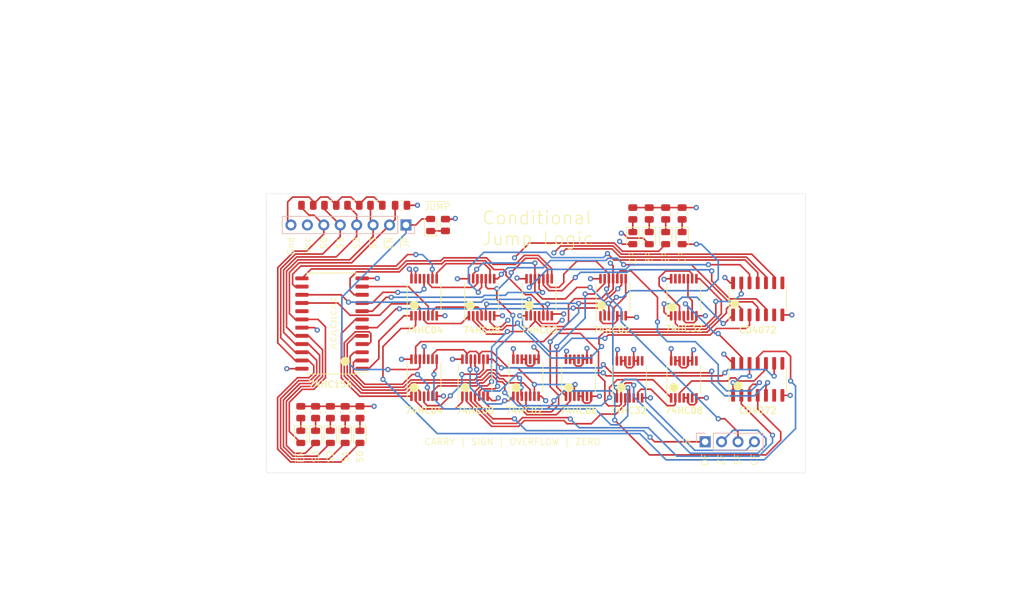
<source format=kicad_pcb>
(kicad_pcb (version 20211014) (generator pcbnew)
  (layers (0 "F.Cu" signal) (1 "In1.Cu" signal) (2 "In2.Cu" signal) (31 "B.Cu" signal) (34 "B.Paste" user) (35 "F.Paste" user) (36 "B.SilkS" user "B.Silkscreen") (37 "F.SilkS" user "F.Silkscreen") (38 "B.Mask" user) (39 "F.Mask" user) (44 "Edge.Cuts" user))
  (net 0 "")
  (net 1 "VCC")
  (net 2 "GND")
  (net 3 "LD_PC_COND")
  (net 4 "CARRY_FLAG")
  (net 5 "SIGN_FLAG")
  (net 6 "OVERFLOW_FLAG")
  (net 7 "ZERO_FLAG")
  (net 9 "Net-(U1-Pad10)")
  (net 10 "Net-(U1-Pad8)")
  (net 11 "Net-(U1-Pad6)")
  (net 12 "Net-(U1-Pad4)")
  (net 13 "Net-(U10-Pad1)")
  (net 14 "Net-(U11-Pad1)")
  (net 15 "~{JNS}")
  (net 16 "~{JS}")
  (net 17 "~{JNO}")
  (net 18 "~{JO}")
  (net 19 "OR_JNS")
  (net 20 "OR_JS")
  (net 21 "OR_JNO")
  (net 22 "OR_JO")
  (net 23 "~{JNB_JAE_JNC}")
  (net 24 "~{JB_JNAE_JC}")
  (net 25 "~{JNE_JNZ}")
  (net 26 "~{JE_JZ}")
  (net 27 "OR_JNB_JAE_JNC")
  (net 28 "OR_JNE_JNZ")
  (net 29 "OR_JE_JZ")
  (net 30 "OR_JB_JNAE_JC")
  (net 31 "~{JG_JNLE}")
  (net 32 "~{JL_JNGE}")
  (net 33 "Net-(U5-Pad4)")
  (net 34 "~{JA_JNBE}")
  (net 35 "~{JBE_JNA}")
  (net 36 "Net-(U6-Pad6)")
  (net 37 "OR_JL_JNGE")
  (net 38 "OR_JA_JNBE")
  (net 39 "Net-(U6-Pad9)")
  (net 41 "SF=OF")
  (net 42 "~{JLE_JNG}")
  (net 43 "~{JGE_JNL}")
  (net 44 "OR_JLE_JNG")
  (net 45 "OR_JGE_JNL")
  (net 46 "OR_JBE_JNA")
  (net 47 "OR_JG_JNLE")
  (net 48 "OR_JUMP")
  (net 49 "~{J}")
  (net 51 "Net-(U12-Pad10)")
  (net 52 "Net-(U14-Pad1)")
  (net 53 "Net-(D1-Pad1)")
  (net 54 "Net-(D2-Pad1)")
  (net 55 "Net-(D3-Pad1)")
  (net 56 "Net-(D4-Pad1)")
  (net 57 "Net-(D5-Pad1)")
  (net 58 "Net-(U4-Pad8)")
  (net 60 "Net-(U4-Pad2)")
  (net 61 "Net-(U5-Pad13)")
  (net 62 "Net-(U5-Pad1)")
  (net 63 "Net-(U6-Pad12)")
  (net 64 "Net-(U6-Pad2)")
  (net 68 "Net-(U10-Pad13)")
  (net 69 "Net-(U11-Pad13)")
  (net 72 "Net-(U12-Pad3)")
  (net 73 "ADR0")
  (net 74 "ADR1")
  (net 75 "ADR2")
  (net 76 "ADR3")
  (net 77 "EN")
  (net 80 "Net-(U14-Pad2)")
  (net 84 "Net-(U12-Pad8)")
  (net 85 "Net-(D6-Pad1)")
  (net 86 "Net-(D7-Pad1)")
  (net 87 "Net-(D8-Pad1)")
  (net 88 "Net-(D9-Pad1)")
  (net 89 "Net-(D10-Pad1)")
  (footprint "Package_SO:TSSOP-14_4.4x5mm_P0.65mm" (layer "F.Cu") (at 131.318 93.98 90)
    (fp_text reference "U1" hide)
    (fp_text value "74HC04")
  )
  (footprint "Package_SO:TSSOP-14_4.4x5mm_P0.65mm" (layer "F.Cu") (at 149.098 93.98 90)
    (fp_text reference "U2" hide)
    (fp_text value "74HC02")
  )
  (footprint "Package_SO:TSSOP-14_4.4x5mm_P0.65mm" (layer "F.Cu") (at 140.208 93.98 90)
    (fp_text reference "U3" hide)
    (fp_text value "74HC08")
  )
  (footprint "Package_SO:SOIC-24W_7.5x15.4mm_P1.27mm" (layer "F.Cu") (at 117.094 98.044 180)
    (fp_text reference "U13" hide)
    (fp_text value "74HC154")
  )
  (footprint "Package_SO:TSSOP-14_4.4x5mm_P0.65mm" (layer "F.Cu") (at 131.318 106.426 90)
    (fp_text reference "U4" hide)
    (fp_text value "74HC04")
  )
  (footprint "Package_SO:TSSOP-14_4.4x5mm_P0.65mm" (layer "F.Cu") (at 160.528 93.98 90)
    (fp_text reference "U5" hide)
    (fp_text value "74HC02")
  )
  (footprint "Package_SO:TSSOP-14_4.4x5mm_P0.65mm" (layer "F.Cu") (at 163.068 106.68 90)
    (fp_text reference "U7" hide)
    (fp_text value "74HC32")
  )
  (footprint "Package_SO:TSSOP-14_4.4x5mm_P0.65mm" (layer "F.Cu") (at 155.194 106.426 90)
    (fp_text reference "U8" hide)
    (fp_text value "74HC86")
  )
  (footprint "Package_SO:TSSOP-14_4.4x5mm_P0.65mm" (layer "F.Cu") (at 147.066 106.426 90)
    (fp_text reference "U9" hide)
    (fp_text value "74HC02")
  )
  (footprint "Package_SO:TSSOP-14_4.4x5mm_P0.65mm" (layer "F.Cu") (at 171.45 93.98 90)
    (fp_text reference "U12" hide)
    (fp_text value "74HC32")
  )
  (footprint "Package_SO:TSSOP-14_4.4x5mm_P0.65mm" (layer "F.Cu") (at 171.45 106.68 90)
    (fp_text reference "U14" hide)
    (fp_text value "74HC08")
  )
  (footprint "Package_SO:TSSOP-14_4.4x5mm_P0.65mm" (layer "F.Cu") (at 139.192 106.426 90)
    (fp_text reference "U6" hide)
    (fp_text value "74HC08")
  )
  (footprint "Package_SO:SOIC-14_3.9x8.7mm_P1.27mm" (layer "F.Cu") (at 182.88 94.234 90)
    (fp_text reference "U10" hide)
    (fp_text value "CD4072")
  )
  (footprint "Package_SO:SOIC-14_3.9x8.7mm_P1.27mm" (layer "F.Cu") (at 182.88 106.68 90)
    (fp_text reference "U11" hide)
    (fp_text value "CD4072")
  )
  (footprint "LED_SMD:LED_0805_2012Metric" (layer "F.Cu") (at 132.334 82.804 90)
    (fp_text reference "D1" hide)
    (fp_text value "LED")
  )
  (footprint "LED_SMD:LED_0805_2012Metric" (layer "F.Cu") (at 171.196 84.836 -90)
    (fp_text reference "D2" hide)
    (fp_text value "LED")
  )
  (footprint "LED_SMD:LED_0805_2012Metric" (layer "F.Cu") (at 168.656 84.836 -90)
    (fp_text reference "D3" hide)
    (fp_text value "LED")
  )
  (footprint "LED_SMD:LED_0805_2012Metric" (layer "F.Cu") (at 166.116 84.836 -90)
    (fp_text reference "D4" hide)
    (fp_text value "LED")
  )
  (footprint "LED_SMD:LED_0805_2012Metric" (layer "F.Cu") (at 163.576 84.836 -90)
    (fp_text reference "D5" hide)
    (fp_text value "LED")
  )
  (footprint "Resistor_SMD:R_0805_2012Metric" (layer "F.Cu") (at 134.62 82.804 90)
    (fp_text reference "R1" hide)
    (fp_text value "R_US")
  )
  (footprint "Resistor_SMD:R_0805_2012Metric" (layer "F.Cu") (at 171.196 81.026 90)
    (fp_text reference "R2" hide)
    (fp_text value "R_US")
  )
  (footprint "Resistor_SMD:R_0805_2012Metric" (layer "F.Cu") (at 168.656 81.026 90)
    (fp_text reference "R3" hide)
    (fp_text value "R_US")
  )
  (footprint "Resistor_SMD:R_0805_2012Metric" (layer "F.Cu") (at 166.116 81.026 90)
    (fp_text reference "R4" hide)
    (fp_text value "R_US")
  )
  (footprint "Resistor_SMD:R_0805_2012Metric" (layer "F.Cu") (at 163.576 81.026 90)
    (fp_text reference "R5" hide)
    (fp_text value "R_US")
  )
  (footprint "LED_SMD:LED_0805_2012Metric" (layer "F.Cu") (at 121.412 115.57 -90)
    (fp_text reference "D6" hide)
    (fp_text value "LED")
  )
  (footprint "LED_SMD:LED_0805_2012Metric" (layer "F.Cu") (at 119.126 115.57 -90)
    (fp_text reference "D7" hide)
    (fp_text value "LED")
  )
  (footprint "LED_SMD:LED_0805_2012Metric" (layer "F.Cu") (at 116.84 115.57 -90)
    (fp_text reference "D8" hide)
    (fp_text value "LED")
  )
  (footprint "LED_SMD:LED_0805_2012Metric" (layer "F.Cu") (at 112.268 115.57 -90)
    (fp_text reference "D10" hide)
    (fp_text value "LED")
  )
  (footprint "Resistor_SMD:R_0805_2012Metric" (layer "F.Cu") (at 121.412 111.76 90)
    (fp_text reference "R6" hide)
    (fp_text value "R_US")
  )
  (footprint "Resistor_SMD:R_0805_2012Metric" (layer "F.Cu") (at 119.126 111.76 90)
    (fp_text reference "R7" hide)
    (fp_text value "R_US")
  )
  (footprint "Resistor_SMD:R_0805_2012Metric" (layer "F.Cu") (at 116.84 111.76 90)
    (fp_text reference "R8" hide)
    (fp_text value "R_US")
  )
  (footprint "Resistor_SMD:R_0805_2012Metric" (layer "F.Cu") (at 114.554 111.76 90)
    (fp_text reference "R9" hide)
    (fp_text value "R_US")
  )
  (footprint "Resistor_SMD:R_0805_2012Metric" (layer "F.Cu") (at 112.268 111.76 90)
    (fp_text reference "R10" hide)
    (fp_text value "R_US")
  )
  (footprint "LED_SMD:LED_0805_2012Metric" (layer "F.Cu") (at 114.554 115.57 -90)
    (fp_text reference "D9" hide)
    (fp_text value "LED")
  )
  (footprint "Resistor_SMD:R_0805_2012Metric" (layer "F.Cu") (at 113.284 79.756)
    (fp_text reference "R11" hide)
    (fp_text value "R_US")
  )
  (footprint "Resistor_SMD:R_0805_2012Metric" (layer "F.Cu") (at 116.84 79.756)
    (fp_text reference "R12" hide)
    (fp_text value "R_US")
  )
  (footprint "Resistor_SMD:R_0805_2012Metric" (layer "F.Cu") (at 120.396 79.756)
    (fp_text reference "R13" hide)
    (fp_text value "R_US")
  )
  (footprint "Resistor_SMD:R_0805_2012Metric" (layer "F.Cu") (at 123.952 79.756)
    (fp_text reference "R14" hide)
    (fp_text value "R_US")
  )
  (footprint "Resistor_SMD:R_0805_2012Metric" (layer "F.Cu") (at 127.762 79.756)
    (fp_text reference "R15" hide)
    (fp_text value "R_US")
  )
  (footprint "Connector_PinHeader_2.54mm:PinHeader_1x08_P2.54mm_Vertical" (layer "B.Cu") (at 128.524 82.804 90)
    (fp_text reference "J3" hide)
    (fp_text value "Conn_01x08")
  )
  (footprint "Connector_PinHeader_2.54mm:PinHeader_1x04_P2.54mm_Vertical" (layer "B.Cu") (at 174.752 116.332 -90)
    (fp_text reference "J4" hide)
    (fp_text value "Conn_01x04")
  )
  (gr_circle (center 129.794 107.95) (end 129.794 107.95) (layer "F.SilkS") (width 0.7) (fill none))
  (gr_circle (center 137.668 107.95) (end 137.668 107.95) (layer "F.SilkS") (width 0.7) (fill none))
  (gr_circle (center 145.542 107.95) (end 145.542 107.95) (layer "F.SilkS") (width 0.7) (fill none))
  (gr_circle (center 153.67 107.95) (end 153.67 107.95) (layer "F.SilkS") (width 0.7) (fill none))
  (gr_circle (center 161.798 107.95) (end 161.798 107.95) (layer "F.SilkS") (width 0.7) (fill none))
  (gr_circle (center 169.926 107.95) (end 169.926 107.95) (layer "F.SilkS") (width 0.7) (fill none))
  (gr_circle (center 179.832 107.696) (end 179.832 107.696) (layer "F.SilkS") (width 0.7) (fill none))
  (gr_circle (center 179.324 94.996) (end 179.324 94.996) (layer "F.SilkS") (width 0.7) (fill none))
  (gr_circle (center 169.672 95.504) (end 169.672 95.504) (layer "F.SilkS") (width 0.7) (fill none))
  (gr_circle (center 158.75 95.25) (end 158.75 95.25) (layer "F.SilkS") (width 0.7) (fill none))
  (gr_circle (center 147.574 95.25) (end 147.574 95.25) (layer "F.SilkS") (width 0.7) (fill none))
  (gr_circle (center 138.43 95.25) (end 138.43 95.25) (layer "F.SilkS") (width 0.7) (fill none))
  (gr_circle (center 129.794 95.25) (end 129.794 95.25) (layer "F.SilkS") (width 0.7) (fill none))
  (gr_circle (center 119.126 103.886) (end 119.126 103.886) (layer "F.SilkS") (width 0.7) (fill none))
  (gr_line (start 106.934 77.978) (end 108.458 77.978) (layer "Edge.Cuts") (width 0.05))
  (gr_line (start 106.934 120.142) (end 106.934 121.158) (layer "Edge.Cuts") (width 0.05))
  (gr_line (start 190.246 120.142) (end 190.246 121.158) (layer "Edge.Cuts") (width 0.05))
  (gr_line (start 190.246 77.978) (end 190.246 120.142) (layer "Edge.Cuts") (width 0.05))
  (gr_line (start 108.458 77.978) (end 190.246 77.978) (layer "Edge.Cuts") (width 0.05))
  (gr_line (start 106.934 120.142) (end 106.934 77.978) (layer "Edge.Cuts") (width 0.05))
  (gr_line (start 190.246 121.158) (end 106.934 121.158) (layer "Edge.Cuts") (width 0.05))
  (gr_text "CARRY | SIGN | OVERFLOW | ZERO" (at 131.318 116.332) (layer "F.SilkS") (effects (font (size 1 1) (thickness 0.1)) (justify left)))
  (gr_text "~{JUMP}" (at 131.318 80.01) (layer "F.SilkS") (effects (font (size 1 1) (thickness 0.1)) (justify left)))
  (gr_text "CF" (at 171.196 86.868 90) (layer "F.SilkS") (effects (font (size 1 1) (thickness 0.1)) (justify right)))
  (gr_text "SF" (at 168.656 86.868 90) (layer "F.SilkS") (effects (font (size 1 1) (thickness 0.1)) (justify right)))
  (gr_text "ZF" (at 166.116 86.868 90) (layer "F.SilkS") (effects (font (size 1 1) (thickness 0.1)) (justify right)))
  (gr_text "OF" (at 163.576 86.868 90) (layer "F.SilkS") (effects (font (size 1 1) (thickness 0.1)) (justify right)))
  (gr_text "S1" (at 119.126 117.602 90) (layer "F.SilkS") (effects (font (size 1 1) (thickness 0.1)) (justify right)))
  (gr_text "S2" (at 116.84 117.602 90) (layer "F.SilkS") (effects (font (size 1 1) (thickness 0.1)) (justify right)))
  (gr_text "S0" (at 121.412 117.602 90) (layer "F.SilkS") (effects (font (size 1 1) (thickness 0.1)) (justify right)))
  (gr_text "S3" (at 114.554 117.602 90) (layer "F.SilkS") (effects (font (size 1 1) (thickness 0.1)) (justify right)))
  (gr_text "~{EN}" (at 112.268 117.602 90) (layer "F.SilkS") (effects (font (size 1 1) (thickness 0.1)) (justify right)))
  (gr_text "Gnd" (at 110.744 84.582 90) (layer "F.SilkS") (effects (font (size 1 1) (thickness 0.1)) (justify right)))
  (gr_text "Vcc" (at 113.284 84.582 90) (layer "F.SilkS") (effects (font (size 1 1) (thickness 0.1)) (justify right)))
  (gr_text "S0" (at 115.824 84.582 90) (layer "F.SilkS") (effects (font (size 1 1) (thickness 0.1)) (justify right)))
  (gr_text "S1" (at 118.364 84.582 90) (layer "F.SilkS") (effects (font (size 1 1) (thickness 0.1)) (justify right)))
  (gr_text "S2" (at 120.904 84.582 90) (layer "F.SilkS") (effects (font (size 1 1) (thickness 0.1)) (justify right)))
  (gr_text "S3" (at 123.444 84.582 90) (layer "F.SilkS") (effects (font (size 1 1) (thickness 0.1)) (justify right)))
  (gr_text "~{EN}" (at 125.984 84.582 90) (layer "F.SilkS") (effects (font (size 1 1) (thickness 0.1)) (justify right)))
  (gr_text "~{JP}" (at 128.524 84.582 90) (layer "F.SilkS") (effects (font (size 1 1) (thickness 0.1)) (justify right)))
  (gr_text "CF" (at 182.372 118.11 90) (layer "F.SilkS") (effects (font (size 1 1) (thickness 0.1)) (justify right)))
  (gr_text "SF" (at 179.832 118.11 90) (layer "F.SilkS") (effects (font (size 1 1) (thickness 0.1)) (justify right)))
  (gr_text "ZF" (at 177.292 118.11 90) (layer "F.SilkS") (effects (font (size 1 1) (thickness 0.1)) (justify right)))
  (gr_text "OF" (at 174.752 118.11 90) (layer "F.SilkS") (effects (font (size 1 1) (thickness 0.1)) (justify right)))
  (gr_text "IN" (at 172.72 116.332) (layer "F.SilkS") (effects (font (size 1 1) (thickness 0.1)) (justify right)))
  (gr_text "Conditional\nJump Logic" (at 140.208 83.312) (layer "F.SilkS") (effects (font (size 2 2)) (justify left)))
  (gr_text "JLCJLCJLCJLC" (at 117.348 98.044 90) (layer "F.SilkS") (effects (font (size 0.8 0.8) (thickness 0.1))))
  (segment (start 179.07 104.205) (end 177.6405 102.7755) (width 0.25) (layer "F.Cu") (net 1))
  (segment (start 153.244 102.420135) (end 153.339125 102.32501) (width 0.25) (layer "F.Cu") (net 1))
  (segment (start 129.368 91.1175) (end 129.368 89.945471) (width 0.25) (layer "F.Cu") (net 1))
  (segment (start 161.118 103.8175) (end 161.118 102.169021) (width 0.25) (layer "F.Cu") (net 1))
  (segment (start 147.148 91.1175) (end 145.785819 91.1175) (width 0.25) (layer "F.Cu") (net 1))
  (segment (start 129.368 103.5635) (end 127.8305 103.5635) (width 0.25) (layer "F.Cu") (net 1))
  (segment (start 178.627 91.759) (end 177.8 90.932) (width 0.25) (layer "F.Cu") (net 1))
  (segment (start 169.5 91.1175) (end 168.479819 91.1175) (width 0.25) (layer "F.Cu") (net 1))
  (segment (start 145.116 103.5635) (end 145.116 101.936) (width 0.25) (layer "F.Cu") (net 1))
  (segment (start 128.6745 79.756) (end 130.048 79.756) (width 0.25) (layer "F.Cu") (net 1))
  (segment (start 168.479819 91.1175) (end 168.393712 91.203607) (width 0.25) (layer "F.Cu") (net 1))
  (segment (start 138.258 91.1175) (end 136.4665 91.1175) (width 0.25) (layer "F.Cu") (net 1))
  (segment (start 130.048 79.756) (end 130.302 79.756) (width 0.25) (layer "F.Cu") (net 1))
  (segment (start 179.07 91.759) (end 178.627 91.759) (width 0.25) (layer "F.Cu") (net 1))
  (segment (start 137.242 103.5635) (end 135.7045 103.5635) (width 0.25) (layer "F.Cu") (net 1))
  (segment (start 158.578 91.1175) (end 157.0405 91.1175) (width 0.25) (layer "F.Cu") (net 1))
  (segment (start 145.785819 91.1175) (end 145.677521 91.009202) (width 0.25) (layer "F.Cu") (net 1))
  (segment (start 129.368 89.945471) (end 129.048633 89.626104) (width 0.25) (layer "F.Cu") (net 1))
  (segment (start 161.118 102.169021) (end 161.216011 102.07101) (width 0.25) (layer "F.Cu") (net 1))
  (segment (start 112.444 105.029) (end 110.109 105.029) (width 0.25) (layer "F.Cu") (net 1))
  (segment (start 153.244 103.5635) (end 153.244 102.420135) (width 0.25) (layer "F.Cu") (net 1))
  (segment (start 169.5 103.8175) (end 169.5 101.936) (width 0.25) (layer "F.Cu") (net 1))
  (segment (start 177.546 102.681) (end 177.6405 102.7755) (width 0.25) (layer "F.Cu") (net 1))
  (via (at 177.6405 102.7755) (size 0.8) (drill 0.4) (layers "F.Cu" "B.Cu") (net 1))
  (via (at 136.4665 91.1175) (size 0.8) (drill 0.4) (layers "F.Cu" "B.Cu") (net 1))
  (via (at 110.109 105.029) (size 0.8) (drill 0.4) (layers "F.Cu" "B.Cu") (net 1))
  (via (at 153.339125 102.32501) (size 0.8) (drill 0.4) (layers "F.Cu" "B.Cu") (net 1))
  (via (at 127.8305 103.5635) (size 0.8) (drill 0.4) (layers "F.Cu" "B.Cu") (net 1))
  (via (at 168.393712 91.203607) (size 0.8) (drill 0.4) (layers "F.Cu" "B.Cu") (net 1))
  (via (at 129.048633 89.626104) (size 0.8) (drill 0.4) (layers "F.Cu" "B.Cu") (net 1))
  (via (at 130.302 79.756) (size 0.8) (drill 0.4) (layers "F.Cu" "B.Cu") (net 1))
  (via (at 161.216011 102.07101) (size 0.8) (drill 0.4) (layers "F.Cu" "B.Cu") (net 1))
  (via (at 145.116 101.936) (size 0.8) (drill 0.4) (layers "F.Cu" "B.Cu") (net 1))
  (via (at 177.8 90.932) (size 0.8) (drill 0.4) (layers "F.Cu" "B.Cu") (net 1))
  (via (at 135.7045 103.5635) (size 0.8) (drill 0.4) (layers "F.Cu" "B.Cu") (net 1))
  (via (at 157.0405 91.1175) (size 0.8) (drill 0.4) (layers "F.Cu" "B.Cu") (net 1))
  (via (at 145.677521 91.009202) (size 0.8) (drill 0.4) (layers "F.Cu" "B.Cu") (net 1))
  (via (at 169.5 101.936) (size 0.8) (drill 0.4) (layers "F.Cu" "B.Cu") (net 1))
  (segment (start 148.366 103.5635) (end 148.366 104.301) (width 0.25) (layer "F.Cu") (net 2))
  (segment (start 172.75 103.8175) (end 172.75 102.332) (width 0.25) (layer "F.Cu") (net 2))
  (segment (start 163.576 80.1135) (end 171.196 80.1135) (width 0.25) (layer "F.Cu") (net 2))
  (segment (start 163.718 104.555) (end 163.39299 104.88001) (width 0.25) (layer "F.Cu") (net 2))
  (segment (start 162.74301 104.88001) (end 162.418 104.555) (width 0.25) (layer "F.Cu") (net 2))
  (segment (start 173.4 109.5425) (end 174.9375 109.5425) (width 0.25) (layer "F.Cu") (net 2))
  (segment (start 155.844 109.2885) (end 155.844 110.026) (width 0.25) (layer "F.Cu") (net 2))
  (segment (start 162.418 104.555) (end 162.418 103.8175) (width 0.25) (layer "F.Cu") (net 2))
  (segment (start 151.323236 96.567264) (end 152.902141 96.567264) (width 0.25) (layer "F.Cu") (net 2))
  (segment (start 153.894 103.5635) (end 154.3635 103.5635) (width 0.25) (layer "F.Cu") (net 2))
  (segment (start 171.77499 104.88001) (end 172.1 104.555) (width 0.25) (layer "F.Cu") (net 2))
  (segment (start 172.1 103.8175) (end 172.75 103.8175) (width 0.25) (layer "F.Cu") (net 2))
  (segment (start 157.144 110.026) (end 157.144 109.2885) (width 0.25) (layer "F.Cu") (net 2))
  (segment (start 163.718 103.8175) (end 163.718 102.07101) (width 0.25) (layer "F.Cu") (net 2))
  (segment (start 171.77501 97.90501) (end 173.026048 97.90501) (width 0.25) (layer "F.Cu") (net 2))
  (segment (start 171.45 96.8425) (end 171.45 97.58) (width 0.25) (layer "F.Cu") (net 2))
  (segment (start 121.744 91.059) (end 124.079 91.059) (width 0.25) (layer "F.Cu") (net 2))
  (segment (start 131.318 103.5635) (end 131.318 101.6) (width 0.25) (layer "F.Cu") (net 2))
  (segment (start 147.066 104.301) (end 147.066 103.5635) (width 0.25) (layer "F.Cu") (net 2))
  (segment (start 155.844 104.301) (end 155.844 103.5635) (width 0.25) (layer "F.Cu") (net 2))
  (segment (start 134.28818 109.2885) (end 134.315118 109.261562) (width 0.25) (layer "F.Cu") (net 2))
  (segment (start 154.544 104.301) (end 154.86901 104.62601) (width 0.25) (layer "F.Cu") (net 2))
  (segment (start 141.811108 109.957608) (end 142.392241 109.957608) (width 0.25) (layer "F.Cu") (net 2))
  (segment (start 172.1 104.555) (end 172.1 103.8175) (width 0.25) (layer "F.Cu") (net 2))
  (segment (start 172.1 109.5425) (end 172.1 110.28) (width 0.25) (layer "F.Cu") (net 2))
  (segment (start 163.718 103.8175) (end 163.718 104.555) (width 0.25) (layer "F.Cu") (net 2))
  (segment (start 156.16901 110.35101) (end 156.81899 110.35101) (width 0.25) (layer "F.Cu") (net 2))
  (segment (start 156.81899 110.35101) (end 157.144 110.026) (width 0.25) (layer "F.Cu") (net 2))
  (segment (start 121.3085 79.756) (end 121.3085 79.6055) (width 0.25) (layer "F.Cu") (net 2))
  (segment (start 142.392241 109.957608) (end 142.79224 109.557609) (width 0.25) (layer "F.Cu") (net 2))
  (segment (start 122.428 78.486) (end 123.5945 78.486) (width 0.25) (layer "F.Cu") (net 2))
  (segment (start 123.5945 78.486) (end 124.8645 79.756) (width 0.25) (layer "F.Cu") (net 2))
  (segment (start 114.1965 79.1445) (end 113.538 78.486) (width 0.25) (layer "F.Cu") (net 2))
  (segment (start 147.39101 104.62601) (end 147.066 104.301) (width 0.25) (layer "F.Cu") (net 2))
  (segment (start 120.0385 78.486) (end 121.3085 79.756) (width 0.25) (layer "F.Cu") (net 2))
  (segment (start 155.51899 104.62601) (end 155.844 104.301) (width 0.25) (layer "F.Cu") (net 2))
  (segment (start 163.39299 104.88001) (end 162.74301 104.88001) (width 0.25) (layer "F.Cu") (net 2))
  (segment (start 155.194 109.2885) (end 155.844 109.2885) (width 0.25) (layer "F.Cu") (net 2))
  (segment (start 142.6795 109.2885) (end 142.6795 109.444869) (width 0.25) (layer "F.Cu") (net 2))
  (segment (start 148.04099 104.62601) (end 147.39101 104.62601) (width 0.25) (layer "F.Cu") (net 2))
  (segment (start 165.018 109.5425) (end 166.3015 109.5425) (width 0.25) (layer "F.Cu") (net 2))
  (segment (start 142.158 96.8425) (end 143.4415 96.8425) (width 0.25) (layer "F.Cu") (net 2))
  (segment (start 170.15 103.8175) (end 170.8 103.8175) (width 0.25) (layer "F.Cu") (net 2))
  (segment (start 164.368 103.8175) (end 163.718 103.8175) (width 0.25) (layer "F.Cu") (net 2))
  (segment (start 149.016 102.417729) (end 148.287507 101.689236) (width 0.25) (layer "F.Cu") (net 2))
  (segment (start 157.144 109.2885) (end 158.4275 109.2885) (width 0.25) (layer "F.Cu") (net 2))
  (segment (start 156.494 103.5635) (end 155.844 103.5635) (width 0.25) (layer "F.Cu") (net 2))
  (segment (start 133.268 109.2885) (end 134.28818 109.2885) (width 0.25) (layer "F.Cu") (net 2))
  (segment (start 112.268 110.8475) (end 121.412 110.8475) (width 0.25) (layer "F.Cu") (net 2))
  (segment (start 172.1 110.28) (end 172.42501 110.60501) (width 0.25) (layer "F.Cu") (net 2))
  (segment (start 162.714624 97.079124) (end 164.158248 97.079124) (width 0.25) (layer "F.Cu") (net 2))
  (segment (start 173.026048 97.90501) (end 173.4 97.531058) (width 0.25) (layer "F.Cu") (net 2))
  (segment (start 110.998 78.486) (end 110.236 79.248) (width 0.25) (layer "F.Cu") (net 2))
  (segment (start 154.544 103.5635) (end 154.544 104.301) (width 0.25) (layer "F.Cu") (net 2))
  (segment (start 110.236 82.296) (end 110.744 82.804) (width 0.25) (layer "F.Cu") (net 2))
  (segment (start 141.142 109.2885) (end 141.811108 109.957608) (width 0.25) (layer "F.Cu") (net 2))
  (segment (start 121.3085 79.6055) (end 122.428 78.486) (width 0.25) (layer "F.Cu") (net 2))
  (segment (start 117.7525 79.3515) (end 118.618 78.486) (width 0.25) (layer "F.Cu") (net 2))
  (segment (start 136.0405 81.8915) (end 136.144 81.788) (width 0.25) (layer "F.Cu") (net 2))
  (segment (start 130.048 89.916) (end 130.048 89.662) (width 0.25) (layer "F.Cu") (net 2))
  (segment (start 162.478 96.8425) (end 162.714624 97.079124) (width 0.25) (layer "F.Cu") (net 2))
  (segment (start 114.1965 79.6055) (end 115.316 78.486) (width 0.25) (layer "F.Cu") (net 2))
  (segment (start 130.018 91.1175) (end 130.018 89.946) (width 0.25) (layer "F.Cu") (net 2))
  (segment (start 130.018 89.946) (end 130.048 89.916) (width 0.25) (layer "F.Cu") (net 2))
  (segment (start 186.69 109.155) (end 187.895 109.155) (width 0.25) (layer "F.Cu") (net 2))
  (segment (start 173.07499 110.60501) (end 173.4 110.28) (width 0.25) (layer "F.Cu") (net 2))
  (segment (start 172.75 102.332) (end 172.974 102.108) (width 0.25) (layer "F.Cu") (net 2))
  (segment (start 171.12501 104.88001) (end 171.77499 104.88001) (width 0.25) (layer "F.Cu") (net 2))
  (segment (start 117.7525 79.756) (end 117.7525 79.3515) (width 0.25) (layer "F.Cu") (net 2))
  (segment (start 154.86901 104.62601) (end 155.51899 104.62601) (width 0.25) (layer "F.Cu") (net 2))
  (segment (start 170.8 104.555) (end 171.12501 104.88001) (width 0.25) (layer "F.Cu") (net 2))
  (segment (start 149.016 103.5635) (end 148.366 103.5635) (width 0.25) (layer "F.Cu") (net 2))
  (segment (start 173.4 97.531058) (end 173.4 96.8425) (width 0.25) (layer "F.Cu") (net 2))
  (segment (start 114.1965 79.756) (end 114.1965 79.6055) (width 0.25) (layer "F.Cu") (net 2))
  (segment (start 121.412 110.8475) (end 123.5945 110.8475) (width 0.25) (layer "F.Cu") (net 2))
  (segment (start 156.494 103.5635) (end 156.494 101.884) (width 0.25) (layer "F.Cu") (net 2))
  (segment (start 142.6795 109.444869) (end 142.79224 109.557609) (width 0.25) (layer "F.Cu") (net 2))
  (segment (start 110.236 79.248) (end 110.236 82.296) (width 0.25) (layer "F.Cu") (net 2))
  (segment (start 115.316 78.486) (end 116.4825 78.486) (width 0.25) (layer "F.Cu") (net 2))
  (segment (start 114.427 98.679) (end 114.808 99.06) (width 0.25) (layer "F.Cu") (net 2))
  (segment (start 172.42501 110.60501) (end 173.07499 110.60501) (width 0.25) (layer "F.Cu") (net 2))
  (segment (start 118.618 78.486) (end 120.0385 78.486) (width 0.25) (layer "F.Cu") (net 2))
  (segment (start 161.768 103.8175) (end 162.418 103.8175) (width 0.25) (layer "F.Cu") (net 2))
  (segment (start 154.3635 103.5635) (end 154.544 103.5635) (width 0.25) (layer "F.Cu") (net 2))
  (segment (start 155.844 110.026) (end 156.16901 110.35101) (width 0.25) (layer "F.Cu") (net 2))
  (segment (start 146.416 103.5635) (end 147.066 103.5635) (width 0.25) (layer "F.Cu") (net 2))
  (segment (start 170.8 103.8175) (end 170.8 104.555) (width 0.25) (layer "F.Cu") (net 2))
  (segment (start 171.45 109.5425) (end 172.1 109.5425) (width 0.25) (layer "F.Cu") (net 2))
  (segment (start 149.016 103.5635) (end 149.016 102.417729) (width 0.25) (layer "F.Cu") (net 2))
  (segment (start 112.444 98.679) (end 114.427 98.679) (width 0.25) (layer "F.Cu") (net 2))
  (segment (start 133.268 96.8425) (end 134.5515 96.8425) (width 0.25) (layer "F.Cu") (net 2))
  (segment (start 148.366 104.301) (end 148.04099 104.62601) (width 0.25) (layer "F.Cu") (net 2))
  (segment (start 113.538 78.486) (end 110.998 78.486) (width 0.25) (layer "F.Cu") (net 2))
  (segment (start 134.62 81.8915) (end 136.0405 81.8915) (width 0.25) (layer "F.Cu") (net 2))
  (segment (start 171.45 97.58) (end 171.77501 97.90501) (width 0.25) (layer "F.Cu") (net 2))
  (segment (start 186.69 96.709) (end 188.149 96.709) (width 0.25) (layer "F.Cu") (net 2))
  (segment (start 173.4 96.8425) (end 174.78899 96.8425) (width 0.25) (layer "F.Cu") (net 2))
  (segment (start 151.048 96.8425) (end 151.323236 96.567264) (width 0.25) (layer "F.Cu") (net 2))
  (segment (start 149.016 109.2885) (end 149.4205 109.2885) (width 0.25) (layer "F.Cu") (net 2))
  (segment (start 114.1965 79.756) (end 114.1965 79.1445) (width 0.25) (layer "F.Cu") (net 2))
  (segment (start 116.4825 78.486) (end 117.7525 79.756) (width 0.25) (layer "F.Cu") (net 2))
  (segment (start 173.4 110.28) (end 173.4 109.5425) (width 0.25) (layer "F.Cu") (net 2))
  (segment (start 171.196 80.1135) (end 173.3785 80.1135) (width 0.25) (layer "F.Cu") (net 2))
  (segment (start 149.4205 109.2885) (end 150.114 109.982) (width 0.25) (layer "F.Cu") (net 2))
  (via (at 166.3015 109.5425) (size 0.8) (drill 0.4) (layers "F.Cu" "B.Cu") (net 2))
  (via (at 130.048 89.662) (size 0.8) (drill 0.4) (layers "F.Cu" "B.Cu") (net 2))
  (via (at 150.114 109.982) (size 0.8) (drill 0.4) (layers "F.Cu" "B.Cu") (net 2))
  (via (at 134.315118 109.261562) (size 0.8) (drill 0.4) (layers "F.Cu" "B.Cu") (net 2))
  (via (at 158.4275 109.2885) (size 0.8) (drill 0.4) (layers "F.Cu" "B.Cu") (net 2))
  (via (at 131.318 101.6) (size 0.8) (drill 0.4) (layers "F.Cu" "B.Cu") (net 2))
  (via (at 142.79224 109.557609) (size 0.8) (drill 0.4) (layers "F.Cu" "B.Cu") (net 2))
  (via (at 143.4415 96.8425) (size 0.8) (drill 0.4) (layers "F.Cu" "B.Cu") (net 2))
  (via (at 188.149 96.709) (size 0.8) (drill 0.4) (layers "F.Cu" "B.Cu") (net 2))
  (via (at 148.287507 101.689236) (size 0.8) (drill 0.4) (layers "F.Cu" "B.Cu") (net 2))
  (via (at 174.9375 109.5425) (size 0.8) (drill 0.4) (layers "F.Cu" "B.Cu") (net 2))
  (via (at 114.808 99.06) (size 0.8) (drill 0.4) (layers "F.Cu" "B.Cu") (net 2))
  (via (at 163.718 102.07101) (size 0.8) (drill 0.4) (layers "F.Cu" "B.Cu") (net 2))
  (via (at 187.895 109.155) (size 0.8) (drill 0.4) (layers "F.Cu" "B.Cu") (net 2))
  (via (at 134.5515 96.8425) (size 0.8) (drill 0.4) (layers "F.Cu" "B.Cu") (net 2))
  (via (at 172.974 102.108) (size 0.8) (drill 0.4) (layers "F.Cu" "B.Cu") (net 2))
  (via (at 123.5945 110.8475) (size 0.8) (drill 0.4) (layers "F.Cu" "B.Cu") (net 2))
  (via (at 156.494 101.884) (size 0.8) (drill 0.4) (layers "F.Cu" "B.Cu") (net 2))
  (via (at 164.158248 97.079124) (size 0.8) (drill 0.4) (layers "F.Cu" "B.Cu") (net 2))
  (via (at 174.78899 96.8425) (size 0.8) (drill 0.4) (layers "F.Cu" "B.Cu") (net 2))
  (via (at 124.079 91.059) (size 0.8) (drill 0.4) (layers "F.Cu" "B.Cu") (net 2))
  (via (at 152.902141 96.567264) (size 0.8) (drill 0.4) (layers "F.Cu" "B.Cu") (net 2))
  (via (at 136.144 81.788) (size 0.8) (drill 0.4) (layers "F.Cu" "B.Cu") (net 2))
  (via (at 173.3785 80.1135) (size 0.8) (drill 0.4) (layers "F.Cu" "B.Cu") (net 2))
  (segment (start 130.668 103.5635) (end 130.668 104.79) (width 0.25) (layer "F.Cu") (net 3))
  (segment (start 130.668 104.79) (end 130.302 105.156) (width 0.25) (layer "F.Cu") (net 3))
  (segment (start 130.048 82.804) (end 128.524 82.804) (width 0.25) (layer "F.Cu") (net 3))
  (segment (start 130.302 105.156) (end 125.73 105.156) (width 0.25) (layer "F.Cu") (net 3))
  (segment (start 130.9855 81.8665) (end 130.048 82.804) (width 0.25) (layer "F.Cu") (net 3))
  (segment (start 132.334 81.8665) (end 130.9855 81.8665) (width 0.25) (layer "F.Cu") (net 3))
  (via (at 125.73 105.156) (size 0.8) (drill 0.4) (layers "F.Cu" "B.Cu") (net 3))
  (segment (start 118.618 93.98) (end 128.524 84.074) (width 0.25) (layer "B.Cu") (net 3))
  (segment (start 128.524 84.074) (end 128.524 82.804) (width 0.25) (layer "B.Cu") (net 3))
  (segment (start 120.65 105.156) (end 118.618 103.124) (width 0.25) (layer "B.Cu") (net 3))
  (segment (start 118.618 103.124) (end 118.618 93.98) (width 0.25) (layer "B.Cu") (net 3))
  (segment (start 125.73 105.156) (end 120.65 105.156) (width 0.25) (layer "B.Cu") (net 3))
  (segment (start 171.196 85.7735) (end 173.4035 85.7735) (width 0.25) (layer "F.Cu") (net 4))
  (segment (start 138.908 91.1175) (end 138.908 90.38) (width 0.25) (layer "F.Cu") (net 4))
  (segment (start 153.162 94.234) (end 154.94 92.456) (width 0.25) (layer "F.Cu") (net 4))
  (segment (start 148.448 91.1175) (end 148.448 93.076) (width 0.25) (layer "F.Cu") (net 4))
  (segment (start 148.448 91.1175) (end 148.448 88.686347) (width 0.25) (layer "F.Cu") (net 4))
  (segment (start 149.606 94.234) (end 153.162 94.234) (width 0.25) (layer "F.Cu") (net 4))
  (segment (start 159.80299 94.915205) (end 160.100795 94.915205) (width 0.25) (layer "F.Cu") (net 4))
  (segment (start 139.372 89.916) (end 139.372 89.736) (width 0.25) (layer "F.Cu") (net 4))
  (segment (start 139.372 89.736) (end 139.446 89.662) (width 0.25) (layer "F.Cu") (net 4))
  (segment (start 154.94 92.456) (end 156.972 92.456) (width 0.25) (layer "F.Cu") (net 4))
  (segment (start 148.448 88.686347) (end 148.451357 88.68299) (width 0.25) (layer "F.Cu") (net 4))
  (segment (start 161.036 107.95) (end 161.118 108.032) (width 0.25) (layer "F.Cu") (net 4))
  (segment (start 161.118 108.032) (end 161.118 109.5425) (width 0.25) (layer "F.Cu") (net 4))
  (segment (start 138.908 90.38) (end 139.372 89.916) (width 0.25) (layer "F.Cu") (net 4))
  (segment (start 159.878 96.8425) (end 159.878 94.990215) (width 0.25) (layer "F.Cu") (net 4))
  (segment (start 160.100795 94.915205) (end 161.036 93.98) (width 0.25) (layer "F.Cu") (net 4))
  (segment (start 148.448 93.076) (end 149.606 94.234) (width 0.25) (layer "F.Cu") (net 4))
  (segment (start 159.878 94.990215) (end 159.80299 94.915205) (width 0.25) (layer "F.Cu") (net 4))
  (via (at 173.4035 85.7735) (size 0.8) (drill 0.4) (layers "F.Cu" "B.Cu") (net 4))
  (via (at 161.036 107.95) (size 0.8) (drill 0.4) (layers "F.Cu" "B.Cu") (net 4))
  (via (at 161.036 93.98) (size 0.8) (drill 0.4) (layers "F.Cu" "B.Cu") (net 4))
  (via (at 159.80299 94.915205) (size 0.8) (drill 0.4) (layers "F.Cu" "B.Cu") (net 4))
  (via (at 156.972 92.456) (size 0.8) (drill 0.4) (layers "F.Cu" "B.Cu") (net 4))
  (via (at 139.446 89.662) (size 0.8) (drill 0.4) (layers "F.Cu" "B.Cu") (net 4))
  (via (at 148.451357 88.68299) (size 0.8) (drill 0.4) (layers "F.Cu" "B.Cu") (net 4))
  (segment (start 176.784 88.392) (end 176.784 91.186) (width 0.25) (layer "B.Cu") (net 4))
  (segment (start 173.1604 117.659989) (end 181.044011 117.659989) (width 0.25) (layer "B.Cu") (net 4))
  (segment (start 165.550009 108.146009) (end 165.550009 110.049598) (width 0.25) (layer "B.Cu") (net 4))
  (segment (start 161.036 107.95) (end 162.306 106.68) (width 0.25) (layer "B.Cu") (net 4))
  (segment (start 159.80299 94.915205) (end 160.491001 95.603216) (width 0.25) (layer "B.Cu") (net 4))
  (segment (start 173.4035 85.7735) (end 174.1655 85.7735) (width 0.25) (layer "B.Cu") (net 4))
  (segment (start 162.052 93.98) (end 161.036 93.98) (width 0.25) (layer "B.Cu") (net 4))
  (segment (start 181.044011 117.659989) (end 182.372 116.332) (width 0.25) (layer "B.Cu") (net 4))
  (segment (start 160.491001 95.603216) (end 160.491001 107.405001) (width 0.25) (layer "B.Cu") (net 4))
  (segment (start 174.1655 85.7735) (end 176.784 88.392) (width 0.25) (layer "B.Cu") (net 4))
  (segment (start 164.084 106.68) (end 165.550009 108.146009) (width 0.25) (layer "B.Cu") (net 4))
  (segment (start 162.306 106.68) (end 164.084 106.68) (width 0.25) (layer "B.Cu") (net 4))
  (segment (start 160.491001 107.405001) (end 160.636001 107.550001) (width 0.25) (layer "B.Cu") (net 4))
  (segment (start 160.636001 107.550001) (end 161.036 107.95) (width 0.25) (layer "B.Cu") (net 4))
  (segment (start 140.42501 88.68299) (end 148.451357 88.68299) (width 0.25) (layer "B.Cu") (net 4))
  (segment (start 175.006 92.964) (end 163.068 92.964) (width 0.25) (layer "B.Cu") (net 4))
  (segment (start 165.550009 110.049598) (end 173.1604 117.659989) (width 0.25) (layer "B.Cu") (net 4))
  (segment (start 156.972 92.456) (end 159.431205 94.915205) (width 0.25) (layer "B.Cu") (net 4))
  (segment (start 139.446 89.662) (end 140.42501 88.68299) (width 0.25) (layer "B.Cu") (net 4))
  (segment (start 159.431205 94.915205) (end 159.80299 94.915205) (width 0.25) (layer "B.Cu") (net 4))
  (segment (start 176.784 91.186) (end 175.006 92.964) (width 0.25) (layer "B.Cu") (net 4))
  (segment (start 163.068 92.964) (end 162.052 93.98) (width 0.25) (layer "B.Cu") (net 4))
  (segment (start 147.574 85.598) (end 145.687999 87.484001) (width 0.25) (layer "F.Cu") (net 5))
  (segment (start 142.561305 94.301305) (end 142.561305 92.647769) (width 0.25) (layer "F.Cu") (net 5))
  (segment (start 140.262513 108.152309) (end 142.283651 108.152309) (width 0.25) (layer "F.Cu") (net 5))
  (segment (start 140.858 91.1175) (end 140.858 92.344) (width 0.25) (layer "F.Cu") (net 5))
  (segment (start 146.992011 87.957989) (end 144.78 90.17) (width 0.25) (layer "F.Cu") (net 5))
  (segment (start 159.878 91.1175) (end 159.878 90.38) (width 0.25) (layer "F.Cu") (net 5))
  (segment (start 159.878 92.344) (end 159.512 92.71) (width 0.25) (layer "F.Cu") (net 5))
  (segment (start 157.89 88.392) (end 154.94 88.392) (width 0.25) (layer "F.Cu") (net 5))
  (segment (start 150.398 91.978) (end 150.398 91.1175) (width 0.25) (layer "F.Cu") (net 5))
  (segment (start 168.656 85.7735) (end 167.5615 86.868) (width 0.25) (layer "F.Cu") (net 5))
  (segment (start 160.703914 85.598) (end 147.574 85.598) (width 0.25) (layer "F.Cu") (net 5))
  (segment (start 142.283651 108.152309) (end 142.68365 107.75231) (width 0.25) (layer "F.Cu") (net 5))
  (segment (start 179.832 114.808) (end 177.8 112.776) (width 0.25) (layer "F.Cu") (net 5))
  (segment (start 159.878 90.38) (end 157.89 88.392) (width 0.25) (layer "F.Cu") (net 5))
  (segment (start 159.878 91.1175) (end 159.878 92.344) (width 0.25) (layer "F.Cu") (net 5))
  (segment (start 148.799358 87.957989) (end 146.992011 87.957989) (width 0.25) (layer "F.Cu") (net 5))
  (segment (start 152.146 92.456) (end 150.876 92.456) (width 0.25) (layer "F.Cu") (net 5))
  (segment (start 179.832 116.332) (end 179.832 114.808) (width 0.25) (layer "F.Cu") (net 5))
  (segment (start 167.5615 86.868) (end 161.973914 86.868) (width 0.25) (layer "F.Cu") (net 5))
  (segment (start 161.973914 86.868) (end 160.703914 85.598) (width 0.25) (layer "F.Cu") (net 5))
  (segment (start 150.398 91.1175) (end 150.398 89.556631) (width 0.25) (layer "F.Cu") (net 5))
  (segment (start 154.94 88.392) (end 152.908 90.424) (width 0.25) (layer "F.Cu") (net 5))
  (segment (start 150.398 89.556631) (end 148.799358 87.957989) (width 0.25) (layer "F.Cu") (net 5))
  (segment (start 152.908 91.694) (end 152.146 92.456) (width 0.25) (layer "F.Cu") (net 5))
  (segment (start 145.034 96.774) (end 142.561305 94.301305) (width 0.25) (layer "F.Cu") (net 5))
  (segment (start 152.908 90.424) (end 152.908 91.694) (width 0.25) (layer "F.Cu") (net 5))
  (segment (start 145.687999 87.484001) (end 145.288 87.884) (width 0.25) (layer "F.Cu") (net 5))
  (segment (start 141.161769 92.647769) (end 142.561305 92.647769) (width 0.25) (layer "F.Cu") (net 5))
  (segment (start 177.8 112.776) (end 176.784 112.776) (width 0.25) (layer "F.Cu") (net 5))
  (segment (start 139.842 109.2885) (end 139.842 108.572822) (width 0.25) (layer "F.Cu") (net 5))
  (segment (start 139.842 108.572822) (end 140.262513 108.152309) (width 0.25) (layer "F.Cu") (net 5))
  (segment (start 140.858 92.344) (end 141.161769 92.647769) (width 0.25) (layer "F.Cu") (net 5))
  (segment (start 150.876 92.456) (end 150.398 91.978) (width 0.25) (layer "F.Cu") (net 5))
  (via (at 144.78 90.17) (size 0.8) (drill 0.4) (layers "F.Cu" "B.Cu") (net 5))
  (via (at 176.784 112.776) (size 0.8) (drill 0.4) (layers "F.Cu" "B.Cu") (net 5))
  (via (at 145.288 87.884) (size 0.8) (drill 0.4) (layers "F.Cu" "B.Cu") (net 5))
  (via (at 142.68365 107.75231) (size 0.8) (drill 0.4) (layers "F.Cu" "B.Cu") (net 5))
  (via (at 159.512 92.71) (size 0.8) (drill 0.4) (layers "F.Cu" "B.Cu") (net 5))
  (via (at 145.034 96.774) (size 0.8) (drill 0.4) (layers "F.Cu" "B.Cu") (net 5))
  (via (at 142.561305 92.647769) (size 0.8) (drill 0.4) (layers "F.Cu" "B.Cu") (net 5))
  (segment (start 161.798 95.815002) (end 161.798 97.79) (width 0.25) (layer "B.Cu") (net 5))
  (segment (start 144.78 90.735685) (end 142.867916 92.647769) (width 0.25) (layer "B.Cu") (net 5))
  (segment (start 145.034 96.774) (end 145.034 99.507745) (width 0.25) (layer "B.Cu") (net 5))
  (segment (start 161.798 97.79) (end 176.784 112.776) (width 0.25) (layer "B.Cu") (net 5))
  (segment (start 159.512 92.71) (end 159.512 93.529002) (width 0.25) (layer "B.Cu") (net 5))
  (segment (start 159.512 93.529002) (end 161.798 95.815002) (width 0.25) (layer "B.Cu") (net 5))
  (segment (start 145.034 99.507745) (end 142.530999 102.010746) (width 0.25) (layer "B.Cu") (net 5))
  (segment (start 142.530999 102.010746) (end 142.530999 107.599659) (width 0.25) (layer "B.Cu") (net 5))
  (segment (start 144.78 90.17) (end 144.78 90.735685) (width 0.25) (layer "B.Cu") (net 5))
  (segment (start 142.867916 92.647769) (end 142.561305 92.647769) (width 0.25) (layer "B.Cu") (net 5))
  (segment (start 142.530999 107.599659) (end 142.68365 107.75231) (width 0.25) (layer "B.Cu") (net 5))
  (segment (start 166.944323 116.332) (end 166.241412 115.629089) (width 0.25) (layer "F.Cu") (net 6))
  (segment (start 138.908 97.58) (end 141.011204 99.683204) (width 0.25) (layer "F.Cu") (net 6))
  (segment (start 139.192 108.58641) (end 140.097367 107.681046) (width 0.25) (layer "F.Cu") (net 6))
  (segment (start 141.011204 99.683204) (end 143.786527 99.683204) (width 0.25) (layer "F.Cu") (net 6))
  (segment (start 163.576 85.7735) (end 161.96418 85.7735) (width 0.25) (layer "F.Cu") (net 6))
  (segment (start 161.96418 85.7735) (end 161.53934 85.34866) (width 0.25) (layer "F.Cu") (net 6))
  (segment (start 139.192 109.2885) (end 139.192 110.026) (width 0.25) (layer "F.Cu") (net 6))
  (segment (start 143.786527 99.683204) (end 144.186526 99.283205) (width 0.25) (layer "F.Cu") (net 6))
  (segment (start 158.661409 94.197001) (end 154.571818 94.197001) (width 0.25) (layer "F.Cu") (net 6))
  (segment (start 153.646113 97.870891) (end 153.002002 98.515002) (width 0.25) (layer "F.Cu") (net 6))
  (segment (start 138.908 96.8425) (end 138.908 97.58) (width 0.25) (layer "F.Cu") (net 6))
  (segment (start 139.192 110.026) (end 141.942 112.776) (width 0.25) (layer "F.Cu") (net 6))
  (segment (start 148.448 97.58) (end 148.448 96.8425) (width 0.25) (layer "F.Cu") (net 6))
  (segment (start 153.646113 95.122706) (end 153.646113 97.870891) (width 0.25) (layer "F.Cu") (net 6))
  (segment (start 160.528 89.111271) (end 160.115733 88.699004) (width 0.25) (layer "F.Cu") (net 6))
  (segment (start 139.192 109.2885) (end 139.192 108.58641) (width 0.25) (layer "F.Cu") (net 6))
  (segment (start 148.448 96.8425) (end 148.448 97.735004) (width 0.25) (layer "F.Cu") (net 6))
  (segment (start 148.448 97.735004) (end 146.899799 99.283205) (width 0.25) (layer "F.Cu") (net 6))
  (segment (start 160.528 91.1175) (end 160.528 92.767004) (width 0.25) (layer "F.Cu") (net 6))
  (segment (start 160.528 91.1175) (end 160.528 89.111271) (width 0.25) (layer "F.Cu") (net 6))
  (segment (start 159.423408 93.435002) (end 158.661409 94.197001) (width 0.25) (layer "F.Cu") (net 6))
  (segment (start 159.860002 93.435002) (end 159.423408 93.435002) (width 0.25) (layer "F.Cu") (net 6))
  (segment (start 174.752 116.332) (end 166.944323 116.332) (width 0.25) (layer "F.Cu") (net 6))
  (segment (start 140.097367 107.681046) (end 141.097113 107.681046) (width 0.25) (layer "F.Cu") (net 6))
  (segment (start 141.097113 107.681046) (end 141.753507 107.024652) (width 0.25) (layer "F.Cu") (net 6))
  (segment (start 153.002002 98.515002) (end 149.383002 98.515002) (width 0.25) (layer "F.Cu") (net 6))
  (segment (start 160.528 92.767004) (end 159.860002 93.435002) (width 0.25) (layer "F.Cu") (net 6))
  (segment (start 149.383002 98.515002) (end 148.448 97.58) (width 0.25) (layer "F.Cu") (net 6))
  (segment (start 146.899799 99.283205) (end 144.186526 99.283205) (width 0.25) (layer "F.Cu") (net 6))
  (segment (start 141.942 112.776) (end 145.288 112.776) (width 0.25) (layer "F.Cu") (net 6))
  (segment (start 154.571818 94.197001) (end 153.646113 95.122706) (width 0.25) (layer "F.Cu") (net 6))
  (via (at 144.186526 99.283205) (size 0.8) (drill 0.4) (layers "F.Cu" "B.Cu") (net 6))
  (via (at 145.288 112.776) (size 0.8) (drill 0.4) (layers "F.Cu" "B.Cu") (net 6))
  (via (at 166.241412 115.629089) (size 0.8) (drill 0.4) (layers "F.Cu" "B.Cu") (net 6))
  (via (at 161.53934 85.34866) (size 0.8) (drill 0.4) (layers "F.Cu" "B.Cu") (net 6))
  (via (at 141.753507 107.024652) (size 0.8) (drill 0.4) (layers "F.Cu" "B.Cu") (net 6))
  (via (at 160.115733 88.699004) (size 0.8) (drill 0.4) (layers "F.Cu" "B.Cu") (net 6))
  (segment (start 147.123989 114.611989) (end 165.224312 114.611989) (width 0.25) (layer "B.Cu") (net 6))
  (segment (start 141.753507 101.716224) (end 144.186526 99.283205) (width 0.25) (layer "B.Cu") (net 6))
  (segment (start 141.753507 107.024652) (end 141.753507 101.716224) (width 0.25) (layer "B.Cu") (net 6))
  (segment (start 145.288 112.776) (end 147.123989 114.611989) (width 0.25) (layer "B.Cu") (net 6))
  (segment (start 165.224312 114.611989) (end 166.241412 115.629089) (width 0.25) (layer "B.Cu") (net 6))
  (segment (start 152.044199 99.568) (end 150.810199 100.802) (width 0.25) (layer "F.Cu") (net 7))
  (segment (start 160.046402 93.885013) (end 159.797987 93.885013) (width 0.25) (layer "F.Cu") (net 7))
  (segment (start 161.828 92.103415) (end 161.255708 92.675708) (width 0.25) (layer "F.Cu") (net 7))
  (segment (start 152.109002 110.608016) (end 152.109002 109.125998) (width 0.25) (layer "F.Cu") (net 7))
  (segment (start 159.797987 93.885013) (end 158.760989 94.922011) (width 0.25) (layer "F.Cu") (net 7))
  (segment (start 151.015007 111.702011) (end 152.109002 110.608016) (width 0.25) (layer "F.Cu") (net 7))
  (segment (start 158.760989 94.922011) (end 155.207149 94.922011) (width 0.25) (layer "F.Cu") (net 7))
  (segment (start 152.109002 109.125998) (end 150.810199 107.827195) (width 0.25) (layer "F.Cu") (net 7))
  (segment (start 161.828 91.1175) (end 161.828 92.103415) (width 0.25) (layer "F.Cu") (net 7))
  (segment (start 155.448 99.568) (end 152.044199 99.568) (width 0.25) (layer "F.Cu") (net 7))
  (segment (start 163.358998 107.224998) (end 162.465998 107.224998) (width 0.25) (layer "F.Cu") (net 7))
  (segment (start 140.858 95.14499) (end 140.97 95.03299) (width 0.25) (layer "F.Cu") (net 7))
  (segment (start 150.810199 101.440675) (end 150.810199 100.87499) (width 0.25) (layer "F.Cu") (net 7))
  (segment (start 159.258 106.991002) (end 158.278999 106.012001) (width 0.25) (layer "F.Cu") (net 7))
  (segment (start 161.255708 92.675708) (end 160.046402 93.885013) (width 0.25) (layer "F.Cu") (net 7))
  (segment (start 150.810199 107.827195) (end 150.810199 101.440675) (width 0.25) (layer "F.Cu") (net 7))
  (segment (start 161.768 109.5425) (end 161.768 110.52) (width 0.25) (layer "F.Cu") (net 7))
  (segment (start 162.052 84.074) (end 161.798 84.074) (width 0.25) (layer "F.Cu") (net 7))
  (segment (start 140.858 96.8425) (end 140.858 95.14499) (width 0.25) (layer "F.Cu") (net 7))
  (segment (start 159.823021 110.801021) (end 159.258 110.236) (width 0.25) (layer "F.Cu") (net 7))
  (segment (start 161.768 107.922996) (end 161.768 109.5425) (width 0.25) (layer "F.Cu") (net 7))
  (segment (start 163.718 109.5425) (end 163.718 107.584) (width 0.25) (layer "F.Cu") (net 7))
  (segment (start 147.3876 111.702011) (end 151.015007 111.702011) (width 0.25) (layer "F.Cu") (net 7))
  (segment (start 162.465998 107.224998) (end 161.768 107.922996) (width 0.25) (layer "F.Cu") (net 7))
  (segment (start 165.1785 84.836) (end 162.814 84.836) (width 0.25) (layer "F.Cu") (net 7))
  (segment (start 166.116 85.7735) (end 165.1785 84.836) (width 0.25) (layer "F.Cu") (net 7))
  (segment (start 150.398 95.03998) (end 150.40499 95.03299) (width 0.25) (layer "F.Cu") (net 7))
  (segment (start 161.768 110.52) (end 161.486979 110.801021) (width 0.25) (layer "F.Cu") (net 7))
  (segment (start 158.278999 106.012001) (end 158.278999 102.398999) (width 0.25) (layer "F.Cu") (net 7))
  (segment (start 150.398 96.8425) (end 150.398 95.03998) (width 0.25) (layer "F.Cu") (net 7))
  (segment (start 162.814 84.836) (end 162.052 84.074) (width 0.25) (layer "F.Cu") (net 7))
  (segment (start 158.278999 102.398999) (end 155.448 99.568) (width 0.25) (layer "F.Cu") (net 7))
  (segment (start 163.718 107.584) (end 163.358998 107.224998) (width 0.25) (layer "F.Cu") (net 7))
  (segment (start 150.810199 100.802) (end 150.810199 100.87499) (width 0.25) (layer "F.Cu") (net 7))
  (segment (start 159.258 110.236) (end 159.258 106.991002) (width 0.25) (layer "F.Cu") (net 7))
  (segment (start 145.766 110.08041) (end 147.3876 111.702011) (width 0.25) (layer "F.Cu") (net 7))
  (segment (start 145.766 109.2885) (end 145.766 110.08041) (width 0.25) (layer "F.Cu") (net 7))
  (segment (start 161.486979 110.801021) (end 159.823021 110.801021) (width 0.25) (layer "F.Cu") (net 7))
  (via (at 140.97 95.03299) (size 0.8) (drill 0.4) (layers "F.Cu" "B.Cu") (net 7))
  (via (at 161.255708 92.675708) (size 0.8) (drill 0.4) (layers "F.Cu" "B.Cu") (net 7))
  (via (at 155.207149 94.922011) (size 0.8) (drill 0.4) (layers "F.Cu" "B.Cu") (net 7))
  (via (at 161.798 84.074) (size 0.8) (drill 0.4) (layers "F.Cu" "B.Cu") (net 7))
  (via (at 163.718 107.584) (size 0.8) (drill 0.4) (layers "F.Cu" "B.Cu") (net 7))
  (via (at 150.810199 100.87499) (size 0.8) (drill 0.4) (layers "F.Cu" "B.Cu") (net 7))
  (via (at 150.40499 95.03299) (size 0.8) (drill 0.4) (layers "F.Cu" "B.Cu") (net 7))
  (segment (start 172.466 118.11) (end 182.88 118.11) (width 0.25) (layer "B.Cu") (net 7))
  (segment (start 182.88 114.554) (end 179.07 114.554) (width 0.25) (layer "B.Cu") (net 7))
  (segment (start 150.810199 100.801998) (end 150.810199 100.87499) (width 0.25) (layer "B.Cu") (net 7))
  (segment (start 155.207149 94.922011) (end 155.207149 96.405048) (width 0.25) (layer "B.Cu") (net 7))
  (segment (start 140.97 95.03299) (end 149.839305 95.03299) (width 0.25) (layer "B.Cu") (net 7))
  (segment (start 184.15 116.84) (end 184.15 115.824) (width 0.25) (layer "B.Cu") (net 7))
  (segment (start 155.207149 94.922011) (end 150.515969 94.922011) (width 0.25) (layer "B.Cu") (net 7))
  (segment (start 182.88 118.11) (end 184.15 116.84) (width 0.25) (layer "B.Cu") (net 7))
  (segment (start 150.515969 94.922011) (end 150.40499 95.03299) (width 0.25) (layer "B.Cu") (net 7))
  (segment (start 155.207149 96.405048) (end 150.810199 100.801998) (width 0.25) (layer "B.Cu") (net 7))
  (segment (start 184.15 115.824) (end 182.88 114.554) (width 0.25) (layer "B.Cu") (net 7))
  (segment (start 149.839305 95.03299) (end 150.40499 95.03299) (width 0.25) (layer "B.Cu") (net 7))
  (segment (start 179.07 114.554) (end 177.292 116.332) (width 0.25) (layer "B.Cu") (net 7))
  (segment (start 163.718 109.362) (end 172.466 118.11) (width 0.25) (layer "B.Cu") (net 7))
  (segment (start 163.718 107.584) (end 163.718 109.362) (width 0.25) (layer "B.Cu") (net 7))
  (segment (start 139.558 91.836) (end 139.558 91.1175) (width 0.25) (layer "F.Cu") (net 9))
  (segment (start 138.938 92.456) (end 139.558 91.836) (width 0.25) (layer "F.Cu") (net 9))
  (segment (start 131.968 91.1175) (end 131.968 91.855) (width 0.25) (layer "F.Cu") (net 9))
  (segment (start 131.968 91.855) (end 132.569 92.456) (width 0.25) (layer "F.Cu") (net 9))
  (segment (start 132.569 92.456) (end 138.938 92.456) (width 0.25) (layer "F.Cu") (net 9))
  (segment (start 133.268 90.252) (end 134.735978 88.784022) (width 0.25) (layer "F.Cu") (net 10))
  (segment (start 133.268 91.1175) (end 133.268 90.252) (width 0.25) (layer "F.Cu") (net 10))
  (segment (start 140.600022 88.784022) (end 141.508 89.692) (width 0.25) (layer "F.Cu") (net 10))
  (segment (start 141.508 89.692) (end 141.508 91.1175) (width 0.25) (layer "F.Cu") (net 10))
  (segment (start 134.735978 88.784022) (end 140.600022 88.784022) (width 0.25) (layer "F.Cu") (net 10))
  (segment (start 133.219 95.504) (end 139.607 95.504) (width 0.25) (layer "F.Cu") (net 11))
  (segment (start 140.208 96.105) (end 140.208 96.8425) (width 0.25) (layer "F.Cu") (net 11))
  (segment (start 139.607 95.504) (end 140.208 96.105) (width 0.25) (layer "F.Cu") (net 11))
  (segment (start 132.618 96.105) (end 133.219 95.504) (width 0.25) (layer "F.Cu") (net 11))
  (segment (start 132.618 96.8425) (end 132.618 96.105) (width 0.25) (layer "F.Cu") (net 11))
  (segment (start 131.826 98.044) (end 137.0565 98.044) (width 0.25) (layer "F.Cu") (net 12))
  (segment (start 131.318 96.8425) (end 131.318 97.536) (width 0.25) (layer "F.Cu") (net 12))
  (segment (start 137.0565 98.044) (end 138.258 96.8425) (width 0.25) (layer "F.Cu") (net 12))
  (segment (start 131.318 97.536) (end 131.826 98.044) (width 0.25) (layer "F.Cu") (net 12))
  (segment (start 168.402 94.996) (end 168.402 96.266) (width 0.25) (layer "F.Cu") (net 13))
  (segment (start 168.9785 96.8425) (end 169.5 96.8425) (width 0.25) (layer "F.Cu") (net 13))
  (segment (start 177.735 98.044) (end 177.546 98.044) (width 0.25) (layer "F.Cu") (net 13))
  (segment (start 168.402 96.266) (end 168.9785 96.8425) (width 0.25) (layer "F.Cu") (net 13))
  (segment (start 179.07 96.709) (end 177.735 98.044) (width 0.25) (layer "F.Cu") (net 13))
  (via (at 168.402 94.996) (size 0.8) (drill 0.4) (layers "F.Cu" "B.Cu") (net 13))
  (via (at 177.546 98.044) (size 0.8) (drill 0.4) (layers "F.Cu" "B.Cu") (net 13))
  (segment (start 170.18 94.996) (end 168.402 94.996) (width 0.25) (layer "B.Cu") (net 13))
  (segment (start 171.196 93.98) (end 170.18 94.996) (width 0.25) (layer "B.Cu") (net 13))
  (segment (start 177.546 98.044) (end 173.482 93.98) (width 0.25) (layer "B.Cu") (net 13))
  (segment (start 173.482 93.98) (end 171.196 93.98) (width 0.25) (layer "B.Cu") (net 13))
  (segment (start 179.07 107.188) (end 179.07 109.155) (width 0.25) (layer "F.Cu") (net 14))
  (segment (start 181.61 105.918) (end 181.61 106.172) (width 0.25) (layer "F.Cu") (net 14))
  (segment (start 181.61 104.205) (end 181.61 105.918) (width 0.25) (layer "F.Cu") (net 14))
  (via (at 181.61 106.172) (size 0.8) (drill 0.4) (layers "F.Cu" "B.Cu") (net 14))
  (via (at 179.07 107.188) (size 0.8) (drill 0.4) (layers "F.Cu" "B.Cu") (net 14))
  (segment (start 180.34 106.172) (end 179.324 107.188) (width 0.25) (layer "B.Cu") (net 14))
  (segment (start 179.324 107.188) (end 179.07 107.188) (width 0.25) (layer "B.Cu") (net 14))
  (segment (start 181.61 106.172) (end 180.34 106.172) (width 0.25) (layer "B.Cu") (net 14))
  (segment (start 146.805612 87.507978) (end 148.985758 87.507978) (width 0.25) (layer "F.Cu") (net 15))
  (segment (start 140.972822 87.884) (end 141.988821 88.9) (width 0.25) (layer "F.Cu") (net 15))
  (segment (start 133.892176 88.355002) (end 134.363178 87.884) (width 0.25) (layer "F.Cu") (net 15))
  (segment (start 145.41359 88.9) (end 146.805612 87.507978) (width 0.25) (layer "F.Cu") (net 15))
  (segment (start 112.444 91.059) (end 113.898989 89.604011) (width 0.25) (layer "F.Cu") (net 15))
  (segment (start 113.898989 89.604011) (end 127.311989 89.604011) (width 0.25) (layer "F.Cu") (net 15))
  (segment (start 128.560998 88.355002) (end 133.892176 88.355002) (width 0.25) (layer "F.Cu") (net 15))
  (segment (start 134.363178 87.884) (end 140.972822 87.884) (width 0.25) (layer "F.Cu") (net 15))
  (segment (start 141.988821 88.9) (end 145.41359 88.9) (width 0.25) (layer "F.Cu") (net 15))
  (segment (start 127.311989 89.604011) (end 128.560998 88.355002) (width 0.25) (layer "F.Cu") (net 15))
  (segment (start 151.048 89.57022) (end 151.048 91.1175) (width 0.25) (layer "F.Cu") (net 15))
  (segment (start 148.985758 87.507978) (end 151.048 89.57022) (width 0.25) (layer "F.Cu") (net 15))
  (segment (start 112.268 89.154) (end 127 89.154) (width 0.25) (layer "F.Cu") (net 16))
  (segment (start 128.778 87.376) (end 130.048 87.376) (width 0.25) (layer "F.Cu") (net 16))
  (segment (start 110.998 91.948) (end 110.998 90.424) (width 0.25) (layer "F.Cu") (net 16))
  (segment (start 127 89.154) (end 128.524 87.63) (width 0.25) (layer "F.Cu") (net 16))
  (segment (start 132.588 89.662) (end 132.588 91.0875) (width 0.25) (layer "F.Cu") (net 16))
  (segment (start 111.379 92.329) (end 110.998 91.948) (width 0.25) (layer "F.Cu") (net 16))
  (segment (start 128.524 87.63) (end 128.778 87.376) (width 0.25) (layer "F.Cu") (net 16))
  (segment (start 112.444 92.329) (end 111.379 92.329) (width 0.25) (layer "F.Cu") (net 16))
  (segment (start 110.998 90.424) (end 112.268 89.154) (width 0.25) (layer "F.Cu") (net 16))
  (segment (start 132.588 91.0875) (end 132.618 91.1175) (width 0.25) (layer "F.Cu") (net 16))
  (via (at 130.048 87.376) (size 0.8) (drill 0.4) (layers "F.Cu" "B.Cu") (net 16))
  (via (at 132.588 89.662) (size 0.8) (drill 0.4) (layers "F.Cu" "B.Cu") (net 16))
  (segment (start 132.588 88.9) (end 132.588 89.662) (width 0.25) (layer "B.Cu") (net 16))
  (segment (start 131.064 87.376) (end 132.588 88.9) (width 0.25) (layer "B.Cu") (net 16))
  (segment (start 130.048 87.376) (end 131.064 87.376) (width 0.25) (layer "B.Cu") (net 16))
  (segment (start 147.798 96.8425) (end 147.798 94.563214) (width 0.25) (layer "F.Cu") (net 17))
  (segment (start 147.798 94.563214) (end 147.542766 94.30798) (width 0.25) (layer "F.Cu") (net 17))
  (segment (start 118.491 93.599) (end 119.634 94.742) (width 0.25) (layer "F.Cu") (net 17))
  (segment (start 112.444 93.599) (end 118.491 93.599) (width 0.25) (layer "F.Cu") (net 17))
  (via (at 147.542766 94.30798) (size 0.8) (drill 0.4) (layers "F.Cu" "B.Cu") (net 17))
  (via (at 119.634 94.742) (size 0.8) (drill 0.4) (layers "F.Cu" "B.Cu") (net 17))
  (segment (start 119.634 94.742) (end 140.187988 94.742) (width 0.25) (layer "B.Cu") (net 17))
  (segment (start 140.187988 94.742) (end 140.622008 94.30798) (width 0.25) (layer "B.Cu") (net 17))
  (segment (start 140.622008 94.30798) (end 147.542766 94.30798) (width 0.25) (layer "B.Cu") (net 17))
  (segment (start 124.46999 96.76401) (end 126.238 94.996) (width 0.25) (layer "F.Cu") (net 18))
  (segment (start 126.238 94.996) (end 130.048 94.996) (width 0.25) (layer "F.Cu") (net 18))
  (segment (start 130.048 94.996) (end 130.668 95.616) (width 0.25) (layer "F.Cu") (net 18))
  (segment (start 119.87801 96.76401) (end 124.46999 96.76401) (width 0.25) (layer "F.Cu") (net 18))
  (segment (start 117.983 94.869) (end 119.87801 96.76401) (width 0.25) (layer "F.Cu") (net 18))
  (segment (start 130.668 95.616) (end 130.668 96.8425) (width 0.25) (layer "F.Cu") (net 18))
  (segment (start 112.444 94.869) (end 117.983 94.869) (width 0.25) (layer "F.Cu") (net 18))
  (segment (start 175.768 91.44) (end 178.562 94.234) (width 0.25) (layer "F.Cu") (net 19))
  (segment (start 149.748 92.09) (end 150.622 92.964) (width 0.25) (layer "F.Cu") (net 19))
  (segment (start 150.622 92.964) (end 152.654 92.964) (width 0.25) (layer "F.Cu") (net 19))
  (segment (start 184.15 95.734) (end 184.15 96.709) (width 0.25) (layer "F.Cu") (net 19))
  (segment (start 178.562 94.234) (end 182.65 94.234) (width 0.25) (layer "F.Cu") (net 19))
  (segment (start 152.654 92.964) (end 154.686 90.932) (width 0.25) (layer "F.Cu") (net 19))
  (segment (start 149.748 91.1175) (end 149.748 92.09) (width 0.25) (layer "F.Cu") (net 19))
  (segment (start 182.65 94.234) (end 184.15 95.734) (width 0.25) (layer "F.Cu") (net 19))
  (segment (start 175.768 89.916) (end 175.768 91.44) (width 0.25) (layer "F.Cu") (net 19))
  (via (at 175.768 89.916) (size 0.8) (drill 0.4) (layers "F.Cu" "B.Cu") (net 19))
  (via (at 154.686 90.932) (size 0.8) (drill 0.4) (layers "F.Cu" "B.Cu") (net 19))
  (segment (start 163.076175 89.727163) (end 175.579163 89.727163) (width 0.25) (layer "B.Cu") (net 19))
  (segment (start 155.499945 90.118055) (end 162.685283 90.118055) (width 0.25) (layer "B.Cu") (net 19))
  (segment (start 154.686 90.932) (end 155.499945 90.118055) (width 0.25) (layer "B.Cu") (net 19))
  (segment (start 175.579163 89.727163) (end 175.768 89.916) (width 0.25) (layer "B.Cu") (net 19))
  (segment (start 162.685283 90.118055) (end 163.076175 89.727163) (width 0.25) (layer "B.Cu") (net 19))
  (segment (start 178.375601 94.684011) (end 172.634633 88.943043) (width 0.25) (layer "F.Cu") (net 20))
  (segment (start 182.060011 94.684011) (end 178.375601 94.684011) (width 0.25) (layer "F.Cu") (net 20))
  (segment (start 182.88 96.709) (end 182.88 95.504) (width 0.25) (layer "F.Cu") (net 20))
  (segment (start 182.88 95.504) (end 182.060011 94.684011) (width 0.25) (layer "F.Cu") (net 20))
  (segment (start 142.6795 91.1175) (end 143.256 90.541) (width 0.25) (layer "F.Cu") (net 20))
  (segment (start 142.158 91.1175) (end 142.6795 91.1175) (width 0.25) (layer "F.Cu") (net 20))
  (segment (start 143.256 90.541) (end 143.256 90.424) (width 0.25) (layer "F.Cu") (net 20))
  (segment (start 172.634633 88.943043) (end 162.150882 88.943043) (width 0.25) (layer "F.Cu") (net 20))
  (via (at 143.256 90.424) (size 0.8) (drill 0.4) (layers "F.Cu" "B.Cu") (net 20))
  (via (at 162.150882 88.943043) (size 0.8) (drill 0.4) (layers "F.Cu" "B.Cu") (net 20))
  (segment (start 161.155872 87.948033) (end 162.150882 88.943043) (width 0.25) (layer "B.Cu") (net 20))
  (segment (start 159.410097 88.297017) (end 159.759081 87.948033) (width 0.25) (layer "B.Cu") (net 20))
  (segment (start 150.849595 88.297017) (end 159.410097 88.297017) (width 0.25) (layer "B.Cu") (net 20))
  (segment (start 143.256 90.424) (end 144.272 89.408) (width 0.25) (layer "B.Cu") (net 20))
  (segment (start 149.738611 89.408) (end 150.849595 88.297017) (width 0.25) (layer "B.Cu") (net 20))
  (segment (start 144.272 89.408) (end 149.738611 89.408) (width 0.25) (layer "B.Cu") (net 20))
  (segment (start 159.759081 87.948033) (end 161.155872 87.948033) (width 0.25) (layer "B.Cu") (net 20))
  (segment (start 181.61 98.298) (end 181.102 98.806) (width 0.25) (layer "F.Cu") (net 21))
  (segment (start 176.53 98.806) (end 175.514 99.822) (width 0.25) (layer "F.Cu") (net 21))
  (segment (start 181.102 98.806) (end 176.53 98.806) (width 0.25) (layer "F.Cu") (net 21))
  (segment (start 147.148 96.8425) (end 146.1185 96.8425) (width 0.25) (layer "F.Cu") (net 21))
  (segment (start 175.514 99.822) (end 159.766 99.822) (width 0.25) (layer "F.Cu") (net 21))
  (segment (start 181.61 96.709) (end 181.61 98.298) (width 0.25) (layer "F.Cu") (net 21))
  (segment (start 159.766 99.822) (end 159.258 100.33) (width 0.25) (layer "F.Cu") (net 21))
  (via (at 159.258 100.33) (size 0.8) (drill 0.4) (layers "F.Cu" "B.Cu") (net 21))
  (via (at 146.1185 96.8425) (size 0.8) (drill 0.4) (layers "F.Cu" "B.Cu") (net 21))
  (segment (start 159.258 100.33) (end 154.163552 100.33) (width 0.25) (layer "B.Cu") (net 21))
  (segment (start 150.595339 102.335339) (end 146.518499 98.258499) (width 0.25) (layer "B.Cu") (net 21))
  (segment (start 152.158213 102.335339) (end 150.595339 102.335339) (width 0.25) (layer "B.Cu") (net 21))
  (segment (start 146.518499 97.242499) (end 146.1185 96.8425) (width 0.25) (layer "B.Cu") (net 21))
  (segment (start 154.163552 100.33) (end 152.158213 102.335339) (width 0.25) (layer "B.Cu") (net 21))
  (segment (start 146.518499 98.258499) (end 146.518499 97.242499) (width 0.25) (layer "B.Cu") (net 21))
  (segment (start 140.980011 99.002011) (end 143.4424 99.002011) (width 0.25) (layer "F.Cu") (net 22))
  (segment (start 178.054 95.758) (end 178.562 95.25) (width 0.25) (layer "F.Cu") (net 22))
  (segment (start 159.143007 99.371989) (end 175.073601 99.371989) (width 0.25) (layer "F.Cu") (net 22))
  (segment (start 139.558 97.58) (end 140.980011 99.002011) (width 0.25) (layer "F.Cu") (net 22))
  (segment (start 139.558 96.8425) (end 139.558 97.58) (width 0.25) (layer "F.Cu") (net 22))
  (segment (start 178.562 95.25) (end 179.856 95.25) (width 0.25) (layer "F.Cu") (net 22))
  (segment (start 158.350001 101.200001) (end 158.350001 100.164995) (width 0.25) (layer "F.Cu") (net 22))
  (segment (start 145.359011 98.37142) (end 145.75901 97.971421) (width 0.25) (layer "F.Cu") (net 22))
  (segment (start 175.073601 99.371989) (end 178.054 96.39159) (width 0.25) (layer "F.Cu") (net 22))
  (segment (start 143.4424 99.002011) (end 144.072991 98.37142) (width 0.25) (layer "F.Cu") (net 22))
  (segment (start 158.350001 100.164995) (end 159.143007 99.371989) (width 0.25) (layer "F.Cu") (net 22))
  (segment (start 158.75 101.6) (end 158.350001 101.200001) (width 0.25) (layer "F.Cu") (net 22))
  (segment (start 144.072991 98.37142) (end 145.359011 98.37142) (width 0.25) (layer "F.Cu") (net 22))
  (segment (start 180.34 95.734) (end 180.34 96.709) (width 0.25) (layer "F.Cu") (net 22))
  (segment (start 179.856 95.25) (end 180.34 95.734) (width 0.25) (layer "F.Cu") (net 22))
  (segment (start 178.054 96.39159) (end 178.054 95.758) (width 0.25) (layer "F.Cu") (net 22))
  (via (at 145.75901 97.971421) (size 0.8) (drill 0.4) (layers "F.Cu" "B.Cu") (net 22))
  (via (at 158.75 101.6) (size 0.8) (drill 0.4) (layers "F.Cu" "B.Cu") (net 22))
  (segment (start 145.75901 97.971421) (end 145.75901 98.135421) (width 0.25) (layer "B.Cu") (net 22))
  (segment (start 151.001589 103.378) (end 156.972 103.378) (width 0.25) (layer "B.Cu") (net 22))
  (segment (start 156.972 103.378) (end 158.75 101.6) (width 0.25) (layer "B.Cu") (net 22))
  (segment (start 145.75901 98.135421) (end 151.001589 103.378) (width 0.25) (layer "B.Cu") (net 22))
  (segment (start 149.098 91.1175) (end 149.098 92.700681) (width 0.25) (layer "F.Cu") (net 23))
  (segment (start 125.476 93.98) (end 126.238 93.98) (width 0.25) (layer "F.Cu") (net 23))
  (segment (start 149.098 92.700681) (end 149.636883 93.239564) (width 0.25) (layer "F.Cu") (net 23))
  (segment (start 121.744 96.139) (end 123.317 96.139) (width 0.25) (layer "F.Cu") (net 23))
  (segment (start 123.317 96.139) (end 125.476 93.98) (width 0.25) (layer "F.Cu") (net 23))
  (via (at 149.636883 93.239564) (size 0.8) (drill 0.4) (layers "F.Cu" "B.Cu") (net 23))
  (via (at 126.238 93.98) (size 0.8) (drill 0.4) (layers "F.Cu" "B.Cu") (net 23))
  (segment (start 149.071198 93.239564) (end 149.636883 93.239564) (width 0.25) (layer "B.Cu") (net 23))
  (segment (start 140.604576 93.689001) (end 143.858001 93.689001) (width 0.25) (layer "B.Cu") (net 23))
  (segment (start 140.313577 93.98) (end 140.604576 93.689001) (width 0.25) (layer "B.Cu") (net 23))
  (segment (start 143.858001 93.689001) (end 144.307438 93.239564) (width 0.25) (layer "B.Cu") (net 23))
  (segment (start 144.307438 93.239564) (end 149.071198 93.239564) (width 0.25) (layer "B.Cu") (net 23))
  (segment (start 126.238 93.98) (end 140.313577 93.98) (width 0.25) (layer "B.Cu") (net 23))
  (segment (start 131.318 92.71) (end 131.318 91.1175) (width 0.25) (layer "F.Cu") (net 24))
  (segment (start 121.744 94.869) (end 123.317 94.869) (width 0.25) (layer "F.Cu") (net 24))
  (segment (start 124.968 93.218) (end 127.254 93.218) (width 0.25) (layer "F.Cu") (net 24))
  (segment (start 123.317 94.869) (end 124.968 93.218) (width 0.25) (layer "F.Cu") (net 24))
  (via (at 127.254 93.218) (size 0.8) (drill 0.4) (layers "F.Cu" "B.Cu") (net 24))
  (via (at 131.318 92.71) (size 0.8) (drill 0.4) (layers "F.Cu" "B.Cu") (net 24))
  (segment (start 130.81 93.218) (end 131.318 92.71) (width 0.25) (layer "B.Cu") (net 24))
  (segment (start 127.254 93.218) (end 130.81 93.218) (width 0.25) (layer "B.Cu") (net 24))
  (segment (start 121.744 93.599) (end 120.523 93.599) (width 0.25) (layer "F.Cu") (net 25))
  (segment (start 140.786422 88.334011) (end 142.151409 89.698998) (width 0.25) (layer "F.Cu") (net 25))
  (segment (start 146.979982 93.582978) (end 147.890768 93.582978) (width 0.25) (layer "F.Cu") (net 25))
  (segment (start 128.747398 88.805013) (end 134.078576 88.805013) (width 0.25) (layer "F.Cu") (net 25))
  (segment (start 147.890768 93.582978) (end 149.748 95.44021) (width 0.25) (layer "F.Cu") (net 25))
  (segment (start 143.604002 89.698998) (end 143.981002 90.075998) (width 0.25) (layer "F.Cu") (net 25))
  (segment (start 143.981002 90.075998) (end 143.981002 90.583998) (width 0.25) (layer "F.Cu") (net 25))
  (segment (start 143.981002 90.583998) (end 146.979982 93.582978) (width 0.25) (layer "F.Cu") (net 25))
  (segment (start 134.078576 88.805013) (end 134.549578 88.334011) (width 0.25) (layer "F.Cu") (net 25))
  (segment (start 119.888 92.964) (end 119.888 91.06041) (width 0.25) (layer "F.Cu") (net 25))
  (segment (start 120.894388 90.054022) (end 127.498389 90.054022) (width 0.25) (layer "F.Cu") (net 25))
  (segment (start 119.888 91.06041) (end 120.894388 90.054022) (width 0.25) (layer "F.Cu") (net 25))
  (segment (start 134.549578 88.334011) (end 140.786422 88.334011) (width 0.25) (layer "F.Cu") (net 25))
  (segment (start 120.523 93.599) (end 119.888 92.964) (width 0.25) (layer "F.Cu") (net 25))
  (segment (start 142.151409 89.698998) (end 143.604002 89.698998) (width 0.25) (layer "F.Cu") (net 25))
  (segment (start 149.748 95.44021) (end 149.748 96.8425) (width 0.25) (layer "F.Cu") (net 25))
  (segment (start 127.498389 90.054022) (end 128.747398 88.805013) (width 0.25) (layer "F.Cu") (net 25))
  (segment (start 128.905 92.329) (end 131.968 95.392) (width 0.25) (layer "F.Cu") (net 26))
  (segment (start 121.744 92.329) (end 128.905 92.329) (width 0.25) (layer "F.Cu") (net 26))
  (segment (start 131.968 95.392) (end 131.968 96.8425) (width 0.25) (layer "F.Cu") (net 26))
  (segment (start 147.798 91.1175) (end 147.798 92.232) (width 0.25) (layer "F.Cu") (net 27))
  (segment (start 181.61 90.424) (end 180.129043 88.943043) (width 0.25) (layer "F.Cu") (net 27))
  (segment (start 147.798 92.232) (end 147.574 92.456) (width 0.25) (layer "F.Cu") (net 27))
  (segment (start 181.61 91.759) (end 181.61 90.424) (width 0.25) (layer "F.Cu") (net 27))
  (segment (start 180.129043 88.943043) (end 175.26 88.943043) (width 0.25) (layer "F.Cu") (net 27))
  (via (at 147.574 92.456) (size 0.8) (drill 0.4) (layers "F.Cu" "B.Cu") (net 27))
  (via (at 175.26 88.943043) (size 0.8) (drill 0.4) (layers "F.Cu" "B.Cu") (net 27))
  (segment (start 163.216398 88.943043) (end 175.26 88.943043) (width 0.25) (layer "B.Cu") (net 27))
  (segment (start 150.361956 89.668044) (end 162.491397 89.668044) (width 0.25) (layer "B.Cu") (net 27))
  (segment (start 162.491397 89.668044) (end 163.216398 88.943043) (width 0.25) (layer "B.Cu") (net 27))
  (segment (start 147.574 92.456) (end 150.361956 89.668044) (width 0.25) (layer "B.Cu") (net 27))
  (segment (start 181.134022 87.768022) (end 161.601114 87.768022) (width 0.25) (layer "F.Cu") (net 28))
  (segment (start 149.098 96.8425) (end 149.098 97.58) (width 0.25) (layer "F.Cu") (net 28))
  (segment (start 149.562 98.044) (end 151.892 98.044) (width 0.25) (layer "F.Cu") (net 28))
  (segment (start 184.15 91.759) (end 184.15 90.784) (width 0.25) (layer "F.Cu") (net 28))
  (segment (start 160.331114 86.498022) (end 153.27799 86.498022) (width 0.25) (layer "F.Cu") (net 28))
  (segment (start 152.4 97.536) (end 152.654 97.536) (width 0.25) (layer "F.Cu") (net 28))
  (segment (start 151.892 98.044) (end 152.4 97.536) (width 0.25) (layer "F.Cu") (net 28))
  (segment (start 153.27799 86.498022) (end 152.654012 87.122) (width 0.25) (layer "F.Cu") (net 28))
  (segment (start 149.098 97.58) (end 149.562 98.044) (width 0.25) (layer "F.Cu") (net 28))
  (segment (start 161.601114 87.768022) (end 160.331114 86.498022) (width 0.25) (layer "F.Cu") (net 28))
  (segment (start 184.15 90.784) (end 181.134022 87.768022) (width 0.25) (layer "F.Cu") (net 28))
  (via (at 152.654012 87.122) (size 0.8) (drill 0.4) (layers "F.Cu" "B.Cu") (net 28))
  (via (at 152.654 97.536) (size 0.8) (drill 0.4) (layers "F.Cu" "B.Cu") (net 28))
  (segment (start 141.508 96.8425) (end 141.508 97.82) (width 0.25) (layer "F.Cu") (net 29))
  (segment (start 161.787514 87.318011) (end 160.517514 86.048011) (width 0.25) (layer "F.Cu") (net 29))
  (segment (start 185.42 91.759) (end 185.42 90.784) (width 0.25) (layer "F.Cu") (net 29))
  (segment (start 160.517514 86.048011) (end 152.448669 86.048011) (width 0.25) (layer "F.Cu") (net 29))
  (segment (start 143.256 98.552) (end 144.272 97.536) (width 0.25) (layer "F.Cu") (net 29))
  (segment (start 152.448669 86.048011) (end 151.379336 87.117344) (width 0.25) (layer "F.Cu") (net 29))
  (segment (start 185.42 90.784) (end 181.954011 87.318011) (width 0.25) (layer "F.Cu") (net 29))
  (segment (start 141.508 97.82) (end 142.24 98.552) (width 0.25) (layer "F.Cu") (net 29))
  (segment (start 142.24 98.552) (end 143.256 98.552) (width 0.25) (layer "F.Cu") (net 29))
  (segment (start 181.954011 87.318011) (end 161.787514 87.318011) (width 0.25) (layer "F.Cu") (net 29))
  (via (at 144.272 97.536) (size 0.8) (drill 0.4) (layers "F.Cu" "B.Cu") (net 29))
  (via (at 151.379336 87.117344) (size 0.8) (drill 0.4) (layers "F.Cu" "B.Cu") (net 29))
  (segment (start 140.208 91.1175) (end 140.208 92.456) (width 0.25) (layer "F.Cu") (net 30))
  (segment (start 160.660081 88.218033) (end 159.66508 87.223032) (width 0.25) (layer "F.Cu") (net 30))
  (segment (start 140.208 92.456) (end 139.7 92.964) (width 0.25) (layer "F.Cu") (net 30))
  (segment (start 139.7 92.964) (end 139.7 93.218) (width 0.25) (layer "F.Cu") (net 30))
  (segment (start 182.88 91.759) (end 182.88 90.17) (width 0.25) (layer "F.Cu") (net 30))
  (segment (start 182.88 90.17) (end 180.928033 88.218033) (width 0.25) (layer "F.Cu") (net 30))
  (segment (start 180.928033 88.218033) (end 160.660081 88.218033) (width 0.25) (layer "F.Cu") (net 30))
  (via (at 139.7 93.218) (size 0.8) (drill 0.4) (layers "F.Cu" "B.Cu") (net 30))
  (via (at 159.66508 87.223032) (size 0.8) (drill 0.4) (layers "F.Cu" "B.Cu") (net 30))
  (segment (start 138.176 89.408) (end 140.550779 87.033221) (width 0.25) (layer "B.Cu") (net 30))
  (segment (start 151.035999 87.847009) (end 159.041103 87.847009) (width 0.25) (layer "B.Cu") (net 30))
  (segment (start 140.550779 87.033221) (end 150.222215 87.033221) (width 0.25) (layer "B.Cu") (net 30))
  (segment (start 159.041103 87.847009) (end 159.66508 87.223032) (width 0.25) (layer "B.Cu") (net 30))
  (segment (start 139.7 93.218) (end 138.176 91.694) (width 0.25) (layer "B.Cu") (net 30))
  (segment (start 150.222215 87.033221) (end 151.035999 87.847009) (width 0.25) (layer "B.Cu") (net 30))
  (segment (start 138.176 91.694) (end 138.176 89.408) (width 0.25) (layer "B.Cu") (net 30))
  (segment (start 139.980402 106.331013) (end 141.091094 105.220321) (width 0.25) (layer "F.Cu") (net 31))
  (segment (start 119.888 105.792411) (end 121.9876 107.892011) (width 0.25) (layer "F.Cu") (net 31))
  (segment (start 146.304 107.95) (end 146.304 109.1765) (width 0.25) (layer "F.Cu") (net 31))
  (segment (start 121.9876 107.892011) (end 128.15311 107.892011) (width 0.25) (layer "F.Cu") (net 31))
  (segment (start 145.714241 106.135002) (end 146.079228 106.499989) (width 0.25) (layer "F.Cu") (net 31))
  (segment (start 139.09419 106.774988) (end 139.538167 106.331013) (width 0.25) (layer "F.Cu") (net 31))
  (segment (start 142.247317 105.220321) (end 143.161998 106.135002) (width 0.25) (layer "F.Cu") (net 31))
  (segment (start 129.270133 106.774988) (end 139.09419 106.774988) (width 0.25) (layer "F.Cu") (net 31))
  (segment (start 143.161998 106.135002) (end 145.714241 106.135002) (width 0.25) (layer "F.Cu") (net 31))
  (segment (start 139.538167 106.331013) (end 139.980402 106.331013) (width 0.25) (layer "F.Cu") (net 31))
  (segment (start 119.888 103.124) (end 119.888 105.792411) (width 0.25) (layer "F.Cu") (net 31))
  (segment (start 141.091094 105.220321) (end 142.247317 105.220321) (width 0.25) (layer "F.Cu") (net 31))
  (segment (start 121.744 102.489) (end 120.523 102.489) (width 0.25) (layer "F.Cu") (net 31))
  (segment (start 146.304 109.1765) (end 146.416 109.2885) (width 0.25) (layer "F.Cu") (net 31))
  (segment (start 128.15311 107.892011) (end 129.270133 106.774988) (width 0.25) (layer "F.Cu") (net 31))
  (segment (start 120.523 102.489) (end 119.888 103.124) (width 0.25) (layer "F.Cu") (net 31))
  (via (at 146.079228 106.499989) (size 0.8) (drill 0.4) (layers "F.Cu" "B.Cu") (net 31))
  (via (at 146.304 107.95) (size 0.8) (drill 0.4) (layers "F.Cu" "B.Cu") (net 31))
  (segment (start 146.304 106.724761) (end 146.079228 106.499989) (width 0.25) (layer "B.Cu") (net 31))
  (segment (start 146.304 107.95) (end 146.304 106.724761) (width 0.25) (layer "B.Cu") (net 31))
  (segment (start 144.18341 107.224999) (end 146.652001 107.224999) (width 0.25) (layer "F.Cu") (net 32))
  (segment (start 128.33951 108.342022) (end 129.456533 107.224999) (width 0.25) (layer "F.Cu") (net 32))
  (segment (start 143.543425 106.585013) (end 144.18341 107.224999) (width 0.25) (layer "F.Cu") (net 32))
  (segment (start 120.683642 99.949) (end 119.437989 101.194653) (width 0.25) (layer "F.Cu") (net 32))
  (segment (start 142.975598 106.585013) (end 143.543425 106.585013) (width 0.25) (layer "F.Cu") (net 32))
  (segment (start 119.437989 101.194653) (end 119.437989 105.978811) (width 0.25) (layer "F.Cu") (net 32))
  (segment (start 139.724567 106.781024) (end 140.287712 106.781024) (width 0.25) (layer "F.Cu") (net 32))
  (segment (start 146.652001 107.224999) (end 147.716 108.288998) (width 0.25) (layer "F.Cu") (net 32))
  (segment (start 147.716 108.288998) (end 147.716 109.2885) (width 0.25) (layer "F.Cu") (net 32))
  (segment (start 129.456533 107.224999) (end 139.28059 107.224999) (width 0.25) (layer "F.Cu") (net 32))
  (segment (start 121.8012 108.342022) (end 128.33951 108.342022) (width 0.25) (layer "F.Cu") (net 32))
  (segment (start 119.437989 105.978811) (end 121.8012 108.342022) (width 0.25) (layer "F.Cu") (net 32))
  (segment (start 140.287712 106.781024) (end 141.398404 105.670332) (width 0.25) (layer "F.Cu") (net 32))
  (segment (start 121.744 99.949) (end 120.683642 99.949) (width 0.25) (layer "F.Cu") (net 32))
  (segment (start 139.28059 107.224999) (end 139.724567 106.781024) (width 0.25) (layer "F.Cu") (net 32))
  (segment (start 142.060917 105.670332) (end 142.975598 106.585013) (width 0.25) (layer "F.Cu") (net 32))
  (segment (start 141.398404 105.670332) (end 142.060917 105.670332) (width 0.25) (layer "F.Cu") (net 32))
  (segment (start 160.65299 95.63301) (end 162.478 93.808) (width 0.25) (layer "F.Cu") (net 33))
  (segment (start 160.528 96.266) (end 160.65299 96.14101) (width 0.25) (layer "F.Cu") (net 33))
  (segment (start 162.478 93.808) (end 162.478 91.1175) (width 0.25) (layer "F.Cu") (net 33))
  (segment (start 160.65299 96.14101) (end 160.65299 95.63301) (width 0.25) (layer "F.Cu") (net 33))
  (segment (start 160.528 96.8425) (end 160.528 96.266) (width 0.25) (layer "F.Cu") (net 33))
  (segment (start 159.228 96.105) (end 158.770013 95.647013) (width 0.25) (layer "F.Cu") (net 34))
  (segment (start 124.079 98.679) (end 127 95.758) (width 0.25) (layer "F.Cu") (net 34))
  (segment (start 159.228 96.8425) (end 159.228 96.105) (width 0.25) (layer "F.Cu") (net 34))
  (segment (start 154.371122 95.647013) (end 154.371114 95.647021) (width 0.25) (layer "F.Cu") (net 34))
  (segment (start 121.744 98.679) (end 124.079 98.679) (width 0.25) (layer "F.Cu") (net 34))
  (segment (start 158.770013 95.647013) (end 154.371122 95.647013) (width 0.25) (layer "F.Cu") (net 34))
  (segment (start 127 95.758) (end 127.508 95.758) (width 0.25) (layer "F.Cu") (net 34))
  (via (at 154.371114 95.647021) (size 0.8) (drill 0.4) (layers "F.Cu" "B.Cu") (net 34))
  (via (at 127.508 95.758) (size 0.8) (drill 0.4) (layers "F.Cu" "B.Cu") (net 34))
  (segment (start 127.508 95.758) (end 154.260135 95.758) (width 0.25) (layer "B.Cu") (net 34))
  (segment (start 154.260135 95.758) (end 154.371114 95.647021) (width 0.25) (layer "B.Cu") (net 34))
  (segment (start 121.744 97.409) (end 120.719 97.409) (width 0.25) (layer "F.Cu") (net 35))
  (segment (start 118.537967 106.4772) (end 121.349267 109.2885) (width 0.25) (layer "F.Cu") (net 35))
  (segment (start 118.537967 99.590033) (end 118.537967 106.4772) (width 0.25) (layer "F.Cu") (net 35))
  (segment (start 121.349267 109.2885) (end 129.168 109.2885) (width 0.25) (layer "F.Cu") (net 35))
  (segment (start 120.719 97.409) (end 118.537967 99.590033) (width 0.25) (layer "F.Cu") (net 35))
  (segment (start 129.168 109.2885) (end 129.368 109.2885) (width 0.25) (layer "F.Cu") (net 35))
  (segment (start 153.894 110.026) (end 153.894 109.2885) (width 0.25) (layer "F.Cu") (net 36))
  (segment (start 140.492 109.2885) (end 140.492 110.026) (width 0.25) (layer "F.Cu") (net 36))
  (segment (start 151.767978 112.152022) (end 153.894 110.026) (width 0.25) (layer "F.Cu") (net 36))
  (segment (start 147.2012 112.152022) (end 151.767978 112.152022) (width 0.25) (layer "F.Cu") (net 36))
  (segment (start 141.718 111.252) (end 146.301178 111.252) (width 0.25) (layer "F.Cu") (net 36))
  (segment (start 146.301178 111.252) (end 147.2012 112.152022) (width 0.25) (layer "F.Cu") (net 36))
  (segment (start 140.492 110.026) (end 141.718 111.252) (width 0.25) (layer "F.Cu") (net 36))
  (segment (start 182.88 111.252) (end 186.436 114.808) (width 0.25) (layer "F.Cu") (net 37))
  (segment (start 186.436 114.808) (end 186.436 116.078) (width 0.25) (layer "F.Cu") (net 37))
  (segment (start 151.384 110.236) (end 151.384 109.982) (width 0.25) (layer "F.Cu") (net 37))
  (segment (start 147.066 109.2885) (end 147.066 110.744) (width 0.25) (layer "F.Cu") (net 37))
  (segment (start 182.88 109.155) (end 182.88 111.252) (width 0.25) (layer "F.Cu") (net 37))
  (segment (start 150.368 111.252) (end 151.384 110.236) (width 0.25) (layer "F.Cu") (net 37))
  (segment (start 184.15 118.364) (end 166.159035 118.364) (width 0.25) (layer "F.Cu") (net 37))
  (segment (start 186.436 116.078) (end 184.15 118.364) (width 0.25) (layer "F.Cu") (net 37))
  (segment (start 147.066 110.744) (end 147.574 111.252) (width 0.25) (layer "F.Cu") (net 37))
  (segment (start 147.574 111.252) (end 150.368 111.252) (width 0.25) (layer "F.Cu") (net 37))
  (segment (start 166.159035 118.364) (end 160.781992 112.986957) (width 0.25) (layer "F.Cu") (net 37))
  (via (at 160.781992 112.986957) (size 0.8) (drill 0.4) (layers "F.Cu" "B.Cu") (net 37))
  (via (at 151.384 109.982) (size 0.8) (drill 0.4) (layers "F.Cu" "B.Cu") (net 37))
  (segment (start 152.908 108.458) (end 160.274 108.458) (width 0.25) (layer "B.Cu") (net 37))
  (segment (start 160.781992 108.965992) (end 160.781992 112.986957) (width 0.25) (layer "B.Cu") (net 37))
  (segment (start 151.384 109.982) (end 152.908 108.458) (width 0.25) (layer "B.Cu") (net 37))
  (segment (start 160.274 108.458) (end 160.781992 108.965992) (width 0.25) (layer "B.Cu") (net 37))
  (segment (start 161.642 89.916) (end 163.322 89.916) (width 0.25) (layer "F.Cu") (net 38))
  (segment (start 182.88 107.442) (end 182.118 107.442) (width 0.25) (layer "F.Cu") (net 38))
  (segment (start 161.178 90.38) (end 161.642 89.916) (width 0.25) (layer "F.Cu") (net 38))
  (segment (start 182.118 107.442) (end 181.61 107.95) (width 0.25) (layer "F.Cu") (net 38))
  (segment (start 181.61 107.95) (end 181.61 109.155) (width 0.25) (layer "F.Cu") (net 38))
  (segment (start 167.386 93.98) (end 167.386 97.79) (width 0.25) (layer "F.Cu") (net 38))
  (segment (start 163.322 89.916) (end 167.386 93.98) (width 0.25) (layer "F.Cu") (net 38))
  (segment (start 161.178 91.1175) (end 161.178 90.38) (width 0.25) (layer "F.Cu") (net 38))
  (segment (start 183.134 107.188) (end 182.88 107.442) (width 0.25) (layer "F.Cu") (net 38))
  (via (at 183.134 107.188) (size 0.8) (drill 0.4) (layers "F.Cu" "B.Cu") (net 38))
  (via (at 167.386 97.79) (size 0.8) (drill 0.4) (layers "F.Cu" "B.Cu") (net 38))
  (segment (start 173.228 100.838) (end 176.784 104.394) (width 0.25) (layer "B.Cu") (net 38))
  (segment (start 167.386 99.314) (end 168.91 100.838) (width 0.25) (layer "B.Cu") (net 38))
  (segment (start 181.864 108.458) (end 183.134 107.188) (width 0.25) (layer "B.Cu") (net 38))
  (segment (start 178.054 108.458) (end 181.864 108.458) (width 0.25) (layer "B.Cu") (net 38))
  (segment (start 167.386 97.79) (end 167.386 99.314) (width 0.25) (layer "B.Cu") (net 38))
  (segment (start 176.784 104.394) (end 176.784 107.188) (width 0.25) (layer "B.Cu") (net 38))
  (segment (start 168.91 100.838) (end 173.228 100.838) (width 0.25) (layer "B.Cu") (net 38))
  (segment (start 176.784 107.188) (end 178.054 108.458) (width 0.25) (layer "B.Cu") (net 38))
  (segment (start 131.826 110.744) (end 133.857988 110.744) (width 0.25) (layer "F.Cu") (net 39))
  (segment (start 139.794002 105.881002) (end 137.19699 105.881002) (width 0.25) (layer "F.Cu") (net 39))
  (segment (start 140.492 103.5635) (end 140.492 105.183004) (width 0.25) (layer "F.Cu") (net 39))
  (segment (start 140.492 105.183004) (end 139.794002 105.881002) (width 0.25) (layer "F.Cu") (net 39))
  (segment (start 131.318 109.2885) (end 131.318 110.236) (width 0.25) (layer "F.Cu") (net 39))
  (segment (start 131.318 110.236) (end 131.826 110.744) (width 0.25) (layer "F.Cu") (net 39))
  (segment (start 133.857988 110.744) (end 135.382 109.219988) (width 0.25) (layer "F.Cu") (net 39))
  (segment (start 137.19699 105.881002) (end 137.159992 105.918) (width 0.25) (layer "F.Cu") (net 39))
  (via (at 137.159992 105.918) (size 0.8) (drill 0.4) (layers "F.Cu" "B.Cu") (net 39))
  (via (at 135.382 109.219988) (size 0.8) (drill 0.4) (layers "F.Cu" "B.Cu") (net 39))
  (segment (start 137.159992 107.441996) (end 137.159992 105.918) (width 0.25) (layer "B.Cu") (net 39))
  (segment (start 135.382 109.219988) (end 137.159992 107.441996) (width 0.25) (layer "B.Cu") (net 39))
  (segment (start 139.842 102.826) (end 140.306 102.362) (width 0.25) (layer "F.Cu") (net 41))
  (segment (start 137.414 102.108) (end 137.892 102.586) (width 0.25) (layer "F.Cu") (net 41))
  (segment (start 132.618 103.5635) (end 132.618 102.826) (width 0.25) (layer "F.Cu") (net 41))
  (segment (start 154.544 109.2885) (end 154.544 107.584) (width 0.25) (layer "F.Cu") (net 41))
  (segment (start 139.842 103.5635) (end 139.842 102.826) (width 0.25) (layer "F.Cu") (net 41))
  (segment (start 140.306 102.362) (end 141.789004 102.362) (width 0.25) (layer "F.Cu") (net 41))
  (segment (start 137.892 102.586) (end 137.892 103.5635) (width 0.25) (layer "F.Cu") (net 41))
  (segment (start 154.544 107.584) (end 154.656 107.472) (width 0.25) (layer "F.Cu") (net 41))
  (segment (start 144.329004 104.902) (end 145.796 104.902) (width 0.25) (layer "F.Cu") (net 41))
  (segment (start 133.336 102.108) (end 137.414 102.108) (width 0.25) (layer "F.Cu") (net 41))
  (segment (start 148.366 107.472) (end 148.366 109.2885) (width 0.25) (layer "F.Cu") (net 41))
  (segment (start 138.356 102.362) (end 137.892 102.826) (width 0.25) (layer "F.Cu") (net 41))
  (segment (start 139.842 102.826) (end 139.378 102.362) (width 0.25) (layer "F.Cu") (net 41))
  (segment (start 141.789004 102.362) (end 144.329004 104.902) (width 0.25) (layer "F.Cu") (net 41))
  (segment (start 137.892 102.826) (end 137.892 103.5635) (width 0.25) (layer "F.Cu") (net 41))
  (segment (start 132.618 102.826) (end 133.336 102.108) (width 0.25) (layer "F.Cu") (net 41))
  (segment (start 145.796 104.902) (end 148.366 107.472) (width 0.25) (layer "F.Cu") (net 41))
  (segment (start 139.378 102.362) (end 138.356 102.362) (width 0.25) (layer "F.Cu") (net 41))
  (via (at 148.366 107.472) (size 0.8) (drill 0.4) (layers "F.Cu" "B.Cu") (net 41))
  (via (at 154.656 107.472) (size 0.8) (drill 0.4) (layers "F.Cu" "B.Cu") (net 41))
  (segment (start 148.366 107.472) (end 154.656 107.472) (width 0.25) (layer "B.Cu") (net 41))
  (segment (start 131.968 108.092) (end 131.968 109.2885) (width 0.25) (layer "F.Cu") (net 42))
  (segment (start 120.39399 105.66199) (end 122.174 107.442) (width 0.25) (layer "F.Cu") (net 42))
  (segment (start 127.96671 107.442) (end 129.49071 105.918) (width 0.25) (layer "F.Cu") (net 42))
  (segment (start 131.826 107.95) (end 131.968 108.092) (width 0.25) (layer "F.Cu") (net 42))
  (segment (start 121.744 103.759) (end 120.719 103.759) (width 0.25) (layer "F.Cu") (net 42))
  (segment (start 122.174 107.442) (end 127.96671 107.442) (width 0.25) (layer "F.Cu") (net 42))
  (segment (start 120.719 103.759) (end 120.39399 104.08401) (width 0.25) (layer "F.Cu") (net 42))
  (segment (start 120.39399 104.08401) (end 120.39399 105.66199) (width 0.25) (layer "F.Cu") (net 42))
  (segment (start 129.49071 105.918) (end 130.302 105.918) (width 0.25) (layer "F.Cu") (net 42))
  (via (at 131.826 107.95) (size 0.8) (drill 0.4) (layers "F.Cu" "B.Cu") (net 42))
  (via (at 130.302 105.918) (size 0.8) (drill 0.4) (layers "F.Cu" "B.Cu") (net 42))
  (segment (start 131.826 107.442) (end 131.826 107.95) (width 0.25) (layer "B.Cu") (net 42))
  (segment (start 130.302 105.918) (end 131.826 107.442) (width 0.25) (layer "B.Cu") (net 42))
  (segment (start 123.09401 100.89399) (end 123.09401 99.602242) (width 0.25) (layer "F.Cu") (net 43))
  (segment (start 121.6148 108.792033) (end 128.52591 108.792033) (width 0.25) (layer "F.Cu") (net 43))
  (segment (start 123.09401 99.602242) (end 122.815758 99.32399) (width 0.25) (layer "F.Cu") (net 43))
  (segment (start 118.987978 101.008253) (end 118.987978 106.165211) (width 0.25) (layer "F.Cu") (net 43))
  (segment (start 122.815758 99.32399) (end 120.672242 99.32399) (width 0.25) (layer "F.Cu") (net 43))
  (segment (start 122.769 101.219) (end 123.09401 100.89399) (width 0.25) (layer "F.Cu") (net 43))
  (segment (start 130.067 107.95) (end 130.668 108.551) (width 0.25) (layer "F.Cu") (net 43))
  (segment (start 130.668 108.551) (end 130.668 109.2885) (width 0.25) (layer "F.Cu") (net 43))
  (segment (start 120.672242 99.32399) (end 118.987978 101.008253) (width 0.25) (layer "F.Cu") (net 43))
  (segment (start 128.52591 108.792033) (end 129.367943 107.95) (width 0.25) (layer "F.Cu") (net 43))
  (segment (start 118.987978 106.165211) (end 121.6148 108.792033) (width 0.25) (layer "F.Cu") (net 43))
  (segment (start 121.744 101.219) (end 122.769 101.219) (width 0.25) (layer "F.Cu") (net 43))
  (segment (start 129.367943 107.95) (end 130.067 107.95) (width 0.25) (layer "F.Cu") (net 43))
  (segment (start 184.15 105.098998) (end 184.15 104.205) (width 0.25) (layer "F.Cu") (net 44))
  (segment (start 178.250998 106.934) (end 178.721999 106.462999) (width 0.25) (layer "F.Cu") (net 44))
  (segment (start 179.889002 106.934) (end 182.314998 106.934) (width 0.25) (layer "F.Cu") (net 44))
  (segment (start 172.671 106.934) (end 178.250998 106.934) (width 0.25) (layer "F.Cu") (net 44))
  (segment (start 178.721999 106.462999) (end 179.418001 106.462999) (width 0.25) (layer "F.Cu") (net 44))
  (segment (start 179.418001 106.462999) (end 179.889002 106.934) (width 0.25) (layer "F.Cu") (net 44))
  (segment (start 170.8 109.5425) (end 170.8 108.805) (width 0.25) (layer "F.Cu") (net 44))
  (segment (start 182.314998 106.934) (end 184.15 105.098998) (width 0.25) (layer "F.Cu") (net 44))
  (segment (start 170.8 108.805) (end 172.671 106.934) (width 0.25) (layer "F.Cu") (net 44))
  (segment (start 184.404 107.188) (end 184.404 107.442) (width 0.25) (layer "F.Cu") (net 45))
  (segment (start 175.514 105.664) (end 175.768 105.41) (width 0.25) (layer "F.Cu") (net 45))
  (segment (start 159.766 105.156) (end 160.02 105.41) (width 0.25) (layer "F.Cu") (net 45))
  (segment (start 159.004 104.394) (end 159.766 105.156) (width 0.25) (layer "F.Cu") (net 45))
  (segment (start 141.9175 103.5635) (end 143.256 104.902) (width 0.25) (layer "F.Cu") (net 45))
  (segment (start 184.404 107.442) (end 184.15 107.696) (width 0.25) (layer "F.Cu") (net 45))
  (segment (start 184.15 107.696) (end 184.15 109.155) (width 0.25) (layer "F.Cu") (net 45))
  (segment (start 141.142 103.5635) (end 141.9175 103.5635) (width 0.25) (layer "F.Cu") (net 45))
  (segment (start 160.02 105.41) (end 160.274 105.664) (width 0.25) (layer "F.Cu") (net 45))
  (segment (start 160.274 105.664) (end 175.514 105.664) (width 0.25) (layer "F.Cu") (net 45))
  (via (at 184.404 107.188) (size 0.8) (drill 0.4) (layers "F.Cu" "B.Cu") (net 45))
  (via (at 143.256 104.902) (size 0.8) (drill 0.4) (layers "F.Cu" "B.Cu") (net 45))
  (via (at 175.768 105.41) (size 0.8) (drill 0.4) (layers "F.Cu" "B.Cu") (net 45))
  (via (at 159.004 104.394) (size 0.8) (drill 0.4) (layers "F.Cu" "B.Cu") (net 45))
  (segment (start 182.372 109.22) (end 184.404 107.188) (width 0.25) (layer "B.Cu") (net 45))
  (segment (start 177.8 109.22) (end 182.372 109.22) (width 0.25) (layer "B.Cu") (net 45))
  (segment (start 159.004 104.648) (end 159.004 104.394) (width 0.25) (layer "B.Cu") (net 45))
  (segment (start 175.768 107.188) (end 177.8 109.22) (width 0.25) (layer "B.Cu") (net 45))
  (segment (start 143.256 104.902) (end 158.75 104.902) (width 0.25) (layer "B.Cu") (net 45))
  (segment (start 175.768 105.41) (end 175.768 107.188) (width 0.25) (layer "B.Cu") (net 45))
  (segment (start 158.75 104.902) (end 159.004 104.648) (width 0.25) (layer "B.Cu") (net 45))
  (segment (start 138.542 109.2885) (end 138.542 110.026) (width 0.25) (layer "F.Cu") (net 46))
  (segment (start 146.534971 112.602033) (end 153.713043 112.602033) (width 0.25) (layer "F.Cu") (net 46))
  (segment (start 142.017002 113.501002) (end 145.636002 113.501002) (width 0.25) (layer "F.Cu") (net 46))
  (segment (start 145.636002 113.501002) (end 146.534971 112.602033) (width 0.25) (layer "F.Cu") (net 46))
  (segment (start 185.166 115.316) (end 180.34 110.49) (width 0.25) (layer "F.Cu") (net 46))
  (segment (start 180.34 110.49) (end 180.34 109.155) (width 0.25) (layer "F.Cu") (net 46))
  (segment (start 153.713043 112.602033) (end 153.924 112.81299) (width 0.25) (layer "F.Cu") (net 46))
  (segment (start 138.542 110.026) (end 142.017002 113.501002) (width 0.25) (layer "F.Cu") (net 46))
  (via (at 153.924 112.81299) (size 0.8) (drill 0.4) (layers "F.Cu" "B.Cu") (net 46))
  (via (at 185.166 115.316) (size 0.8) (drill 0.4) (layers "F.Cu" "B.Cu") (net 46))
  (segment (start 185.166 115.316) (end 185.166 116.460411) (width 0.25) (layer "B.Cu") (net 46))
  (segment (start 155.272988 114.161978) (end 153.924 112.81299) (width 0.25) (layer "B.Cu") (net 46))
  (segment (start 185.166 116.460411) (end 183.0664 118.560011) (width 0.25) (layer "B.Cu") (net 46))
  (segment (start 165.977978 114.161978) (end 155.272988 114.161978) (width 0.25) (layer "B.Cu") (net 46))
  (segment (start 170.376011 118.560011) (end 165.977978 114.161978) (width 0.25) (layer "B.Cu") (net 46))
  (segment (start 183.0664 118.560011) (end 170.376011 118.560011) (width 0.25) (layer "B.Cu") (net 46))
  (segment (start 139.192 104.648) (end 139.446 104.902) (width 0.25) (layer "F.Cu") (net 47))
  (segment (start 159.004 105.664) (end 159.475002 106.135002) (width 0.25) (layer "F.Cu") (net 47))
  (segment (start 159.475002 106.135002) (end 177.328998 106.135002) (width 0.25) (layer "F.Cu") (net 47))
  (segment (start 139.192 103.5635) (end 139.192 104.648) (width 0.25) (layer "F.Cu") (net 47))
  (segment (start 139.446 104.902) (end 139.446 105.156) (width 0.25) (layer "F.Cu") (net 47))
  (segment (start 185.42 106.172) (end 185.42 104.205) (width 0.25) (layer "F.Cu") (net 47))
  (segment (start 177.328998 106.135002) (end 177.8 105.664) (width 0.25) (layer "F.Cu") (net 47))
  (via (at 185.42 106.172) (size 0.8) (drill 0.4) (layers "F.Cu" "B.Cu") (net 47))
  (via (at 177.8 105.664) (size 0.8) (drill 0.4) (layers "F.Cu" "B.Cu") (net 47))
  (via (at 159.004 105.664) (size 0.8) (drill 0.4) (layers "F.Cu" "B.Cu") (net 47))
  (via (at 139.446 105.156) (size 0.8) (drill 0.4) (layers "F.Cu" "B.Cu") (net 47))
  (segment (start 145.844964 105.664) (end 159.004 105.664) (width 0.25) (layer "B.Cu") (net 47))
  (segment (start 184.15 105.156) (end 185.166 106.172) (width 0.25) (layer "B.Cu") (net 47))
  (segment (start 143.031652 108.477312) (end 145.844964 105.664) (width 0.25) (layer "B.Cu") (net 47))
  (segment (start 177.8 105.664) (end 178.308 105.156) (width 0.25) (layer "B.Cu") (net 47))
  (segment (start 139.446 105.156) (end 139.446 107.188) (width 0.25) (layer "B.Cu") (net 47))
  (segment (start 139.446 107.188) (end 140.735312 108.477312) (width 0.25) (layer "B.Cu") (net 47))
  (segment (start 140.735312 108.477312) (end 143.031652 108.477312) (width 0.25) (layer "B.Cu") (net 47))
  (segment (start 178.308 105.156) (end 184.15 105.156) (width 0.25) (layer "B.Cu") (net 47))
  (segment (start 185.166 106.172) (end 185.42 106.172) (width 0.25) (layer "B.Cu") (net 47))
  (segment (start 187.96 103.124) (end 187.198 102.362) (width 0.25) (layer "F.Cu") (net 48))
  (segment (start 130.018 98.328) (end 129.54 98.806) (width 0.25) (layer "F.Cu") (net 48))
  (segment (start 127.762 98.806) (end 124.968 101.6) (width 0.25) (layer "F.Cu") (net 48))
  (segment (start 130.018 96.8425) (end 130.018 98.328) (width 0.25) (layer "F.Cu") (net 48))
  (segment (start 124.968 101.6) (end 124.968 106.68) (width 0.25) (layer "F.Cu") (net 48))
  (segment (start 183.748 102.362) (end 182.88 103.23) (width 0.25) (layer "F.Cu") (net 48))
  (segment (start 129.54 98.806) (end 127.762 98.806) (width 0.25) (layer "F.Cu") (net 48))
  (segment (start 187.96 106.934) (end 187.96 103.124) (width 0.25) (layer "F.Cu") (net 48))
  (segment (start 187.198 102.362) (end 183.748 102.362) (width 0.25) (layer "F.Cu") (net 48))
  (segment (start 182.88 103.23) (end 182.88 104.205) (width 0.25) (layer "F.Cu") (net 48))
  (via (at 124.968 106.68) (size 0.8) (drill 0.4) (layers "F.Cu" "B.Cu") (net 48))
  (via (at 187.96 106.934) (size 0.8) (drill 0.4) (layers "F.Cu" "B.Cu") (net 48))
  (segment (start 188.722 114.3) (end 188.722 107.696) (width 0.25) (layer "B.Cu") (net 48))
  (segment (start 188.722 107.696) (end 187.96 106.934) (width 0.25) (layer "B.Cu") (net 48))
  (segment (start 124.968 106.68) (end 133.35 115.062) (width 0.25) (layer "B.Cu") (net 48))
  (segment (start 183.896 119.126) (end 188.722 114.3) (width 0.25) (layer "B.Cu") (net 48))
  (segment (start 168.713004 119.126) (end 183.896 119.126) (width 0.25) (layer "B.Cu") (net 48))
  (segment (start 133.35 115.062) (end 164.649004 115.062) (width 0.25) (layer "B.Cu") (net 48))
  (segment (start 164.649004 115.062) (end 168.713004 119.126) (width 0.25) (layer "B.Cu") (net 48))
  (segment (start 121.744 105.029) (end 122.769 105.029) (width 0.25) (layer "F.Cu") (net 49))
  (segment (start 124.333 100.711) (end 128.2015 96.8425) (width 0.25) (layer "F.Cu") (net 49))
  (segment (start 122.769 105.029) (end 124.333 103.465) (width 0.25) (layer "F.Cu") (net 49))
  (segment (start 128.2015 96.8425) (end 129.368 96.8425) (width 0.25) (layer "F.Cu") (net 49))
  (segment (start 124.333 103.465) (end 124.333 100.711) (width 0.25) (layer "F.Cu") (net 49))
  (segment (start 172.1 93.868) (end 172.75 94.518) (width 0.25) (layer "F.Cu") (net 51))
  (segment (start 172.1 91.1175) (end 172.1 93.868) (width 0.25) (layer "F.Cu") (net 51))
  (segment (start 172.75 94.518) (end 172.75 96.8425) (width 0.25) (layer "F.Cu") (net 51))
  (segment (start 139.910967 107.231035) (end 140.474112 107.231035) (width 0.25) (layer "F.Cu") (net 52))
  (segment (start 143.793142 107.471141) (end 143.793142 108.741142) (width 0.25) (layer "F.Cu") (net 52))
  (segment (start 132.618 109.2885) (end 132.618 108.551) (width 0.25) (layer "F.Cu") (net 52))
  (segment (start 139.446 107.696) (end 139.910967 107.231035) (width 0.25) (layer "F.Cu") (net 52))
  (segment (start 140.474112 107.231035) (end 141.574345 106.130802) (width 0.25) (layer "F.Cu") (net 52))
  (segment (start 159.98301 107.929988) (end 159.98301 109.489677) (width 0.25) (layer "F.Cu") (net 52))
  (segment (start 133.473 107.696) (end 139.446 107.696) (width 0.25) (layer "F.Cu") (net 52))
  (segment (start 132.618 108.551) (end 133.473 107.696) (width 0.25) (layer "F.Cu") (net 52))
  (segment (start 169.5 109.5425) (end 166.695491 106.737991) (width 0.25) (layer "F.Cu") (net 52))
  (segment (start 166.695491 106.737991) (end 161.175007 106.737991) (width 0.25) (layer "F.Cu") (net 52))
  (segment (start 161.175007 106.737991) (end 159.98301 107.929988) (width 0.25) (layer "F.Cu") (net 52))
  (segment (start 142.789198 107.035024) (end 143.357025 107.035024) (width 0.25) (layer "F.Cu") (net 52))
  (segment (start 141.574345 106.130802) (end 141.884976 106.130802) (width 0.25) (layer "F.Cu") (net 52))
  (segment (start 143.357025 107.035024) (end 143.793142 107.471141) (width 0.25) (layer "F.Cu") (net 52))
  (segment (start 141.884976 106.130802) (end 142.789198 107.035024) (width 0.25) (layer "F.Cu") (net 52))
  (via (at 143.793142 108.741142) (size 0.8) (drill 0.4) (layers "F.Cu" "B.Cu") (net 52))
  (via (at 159.98301 109.489677) (size 0.8) (drill 0.4) (layers "F.Cu" "B.Cu") (net 52))
  (segment (start 159.98301 109.489677) (end 158.728687 110.744) (width 0.25) (layer "B.Cu") (net 52))
  (segment (start 145.796 110.744) (end 143.793142 108.741142) (width 0.25) (layer "B.Cu") (net 52))
  (segment (start 158.728687 110.744) (end 145.796 110.744) (width 0.25) (layer "B.Cu") (net 52))
  (segment (start 132.359 83.7165) (end 132.334 83.7415) (width 0.25) (layer "F.Cu") (net 53))
  (segment (start 134.62 83.7165) (end 132.359 83.7165) (width 0.25) (layer "F.Cu") (net 53))
  (segment (start 171.196 83.8985) (end 171.196 81.9385) (width 0.25) (layer "F.Cu") (net 54))
  (segment (start 168.656 83.8985) (end 168.656 81.9385) (width 0.25) (layer "F.Cu") (net 55))
  (segment (start 166.116 81.9385) (end 166.116 83.8985) (width 0.25) (layer "F.Cu") (net 56))
  (segment (start 163.576 81.9385) (end 163.576 83.8985) (width 0.25) (layer "F.Cu") (net 57))
  (segment (start 132.842 105.41) (end 132.842 105.918) (width 0.25) (layer "F.Cu") (net 58))
  (segment (start 133.268 103.5635) (end 133.268 104.984) (width 0.25) (layer "F.Cu") (net 58))
  (segment (start 163.068 108.236205) (end 162.791076 107.959281) (width 0.25) (layer "F.Cu") (net 58))
  (segment (start 163.068 109.5425) (end 163.068 108.236205) (width 0.25) (layer "F.Cu") (net 58))
  (segment (start 133.268 104.984) (end 132.842 105.41) (width 0.25) (layer "F.Cu") (net 58))
  (via (at 162.791076 107.959281) (size 0.8) (drill 0.4) (layers "F.Cu" "B.Cu") (net 58))
  (via (at 132.842 105.918) (size 0.8) (drill 0.4) (layers "F.Cu" "B.Cu") (net 58))
  (segment (start 132.842 105.918) (end 132.842 109.728) (width 0.25) (layer "B.Cu") (net 58))
  (segment (start 157.736822 111.252) (end 160.196788 113.711967) (width 0.25) (layer "B.Cu") (net 58))
  (segment (start 160.196788 113.711967) (end 161.427037 113.711967) (width 0.25) (layer "B.Cu") (net 58))
  (segment (start 161.427037 113.711967) (end 162.791076 112.347928) (width 0.25) (layer "B.Cu") (net 58))
  (segment (start 162.791076 108.524966) (end 162.791076 107.959281) (width 0.25) (layer "B.Cu") (net 58))
  (segment (start 162.791076 112.347928) (end 162.791076 108.524966) (width 0.25) (layer "B.Cu") (net 58))
  (segment (start 134.366 111.252) (end 157.736822 111.252) (width 0.25) (layer "B.Cu") (net 58))
  (segment (start 132.842 109.728) (end 134.366 111.252) (width 0.25) (layer "B.Cu") (net 58))
  (segment (start 130.018 110.026) (end 131.244 111.252) (width 0.25) (layer "F.Cu") (net 60))
  (segment (start 137.242 110.154) (end 137.242 109.2885) (width 0.25) (layer "F.Cu") (net 60))
  (segment (start 136.144 111.252) (end 137.242 110.154) (width 0.25) (layer "F.Cu") (net 60))
  (segment (start 131.244 111.252) (end 136.144 111.252) (width 0.25) (layer "F.Cu") (net 60))
  (segment (start 130.018 109.2885) (end 130.018 110.026) (width 0.25) (layer "F.Cu") (net 60))
  (segment (start 159.228 91.1175) (end 159.228 91.855) (width 0.25) (layer "F.Cu") (net 61))
  (segment (start 151.810211 107.854711) (end 151.810211 101.610337) (width 0.25) (layer "F.Cu") (net 61))
  (segment (start 153.244 109.2885) (end 151.810211 107.854711) (width 0.25) (layer "F.Cu") (net 61))
  (segment (start 157.611 93.472) (end 156.209994 93.472) (width 0.25) (layer "F.Cu") (net 61))
  (segment (start 159.228 91.855) (end 157.611 93.472) (width 0.25) (layer "F.Cu") (net 61))
  (via (at 156.209994 93.472) (size 0.8) (drill 0.4) (layers "F.Cu" "B.Cu") (net 61))
  (via (at 151.810211 101.610337) (size 0.8) (drill 0.4) (layers "F.Cu" "B.Cu") (net 61))
  (segment (start 156.209994 97.210554) (end 151.810211 101.610337) (width 0.25) (layer "B.Cu") (net 61))
  (segment (start 156.209994 93.472) (end 156.209994 97.210554) (width 0.25) (layer "B.Cu") (net 61))
  (segment (start 158.578 96.8425) (end 158.578 97.618) (width 0.25) (layer "F.Cu") (net 62))
  (segment (start 159.004 98.044) (end 160.714 98.044) (width 0.25) (layer "F.Cu") (net 62))
  (segment (start 160.714 98.044) (end 161.178 97.58) (width 0.25) (layer "F.Cu") (net 62))
  (segment (start 161.828 96.8425) (end 161.178 96.8425) (width 0.25) (layer "F.Cu") (net 62))
  (segment (start 161.178 97.58) (end 161.178 96.8425) (width 0.25) (layer "F.Cu") (net 62))
  (segment (start 158.578 97.618) (end 159.004 98.044) (width 0.25) (layer "F.Cu") (net 62))
  (segment (start 144.4225 109.982) (end 145.116 109.2885) (width 0.25) (layer "F.Cu") (net 63))
  (segment (start 138.542 105.044) (end 138.43 105.156) (width 0.25) (layer "F.Cu") (net 63))
  (segment (start 138.542 103.5635) (end 138.542 105.044) (width 0.25) (layer "F.Cu") (net 63))
  (segment (start 143.764 109.982) (end 144.4225 109.982) (width 0.25) (layer "F.Cu") (net 63))
  (via (at 138.43 105.156) (size 0.8) (drill 0.4) (layers "F.Cu" "B.Cu") (net 63))
  (via (at 143.764 109.982) (size 0.8) (drill 0.4) (layers "F.Cu" "B.Cu") (net 63))
  (segment (start 138.43 107.95) (end 138.43 105.156) (width 0.25) (layer "B.Cu") (net 63))
  (segment (start 143.256 110.49) (end 140.97 110.49) (width 0.25) (layer "B.Cu") (net 63))
  (segment (start 140.97 110.49) (end 138.43 107.95) (width 0.25) (layer "B.Cu") (net 63))
  (segment (start 143.764 109.982) (end 143.256 110.49) (width 0.25) (layer "B.Cu") (net 63))
  (segment (start 141.762602 113.951013) (end 145.929431 113.951013) (width 0.25) (layer "F.Cu") (net 64))
  (segment (start 158.655999 112.050999) (end 160.941999 112.050999) (width 0.25) (layer "F.Cu") (net 64))
  (segment (start 137.892 109.2885) (end 137.892 110.080411) (width 0.25) (layer "F.Cu") (net 64))
  (segment (start 160.941999 112.050999) (end 162.418 110.574998) (width 0.25) (layer "F.Cu") (net 64))
  (segment (start 146.8284 113.052044) (end 152.930044 113.052044) (width 0.25) (layer "F.Cu") (net 64))
  (segment (start 162.418 110.574998) (end 162.418 109.5425) (width 0.25) (layer "F.Cu") (net 64))
  (segment (start 153.416 113.538) (end 157.168998 113.538) (width 0.25) (layer "F.Cu") (net 64))
  (segment (start 137.892 110.080411) (end 141.762602 113.951013) (width 0.25) (layer "F.Cu") (net 64))
  (segment (start 145.929431 113.951013) (end 146.8284 113.052044) (width 0.25) (layer "F.Cu") (net 64))
  (segment (start 157.168998 113.538) (end 158.655999 112.050999) (width 0.25) (layer "F.Cu") (net 64))
  (segment (start 152.930044 113.052044) (end 153.416 113.538) (width 0.25) (layer "F.Cu") (net 64))
  (segment (start 174.700801 98.471967) (end 176.400953 96.771815) (width 0.25) (layer "F.Cu") (net 68))
  (segment (start 170.607967 98.471967) (end 174.700801 98.471967) (width 0.25) (layer "F.Cu") (net 68))
  (segment (start 180.34 93.472) (end 180.34 91.759) (width 0.25) (layer "F.Cu") (net 68))
  (segment (start 170.15 96.8425) (end 170.15 98.014) (width 0.25) (layer "F.Cu") (net 68))
  (segment (start 170.15 98.014) (end 170.607967 98.471967) (width 0.25) (layer "F.Cu") (net 68))
  (segment (start 176.400953 96.771815) (end 176.400953 94.625094) (width 0.25) (layer "F.Cu") (net 68))
  (via (at 180.34 93.472) (size 0.8) (drill 0.4) (layers "F.Cu" "B.Cu") (net 68))
  (via (at 176.400953 94.625094) (size 0.8) (drill 0.4) (layers "F.Cu" "B.Cu") (net 68))
  (segment (start 180.34 93.472) (end 179.186906 94.625094) (width 0.25) (layer "B.Cu") (net 68))
  (segment (start 179.186906 94.625094) (end 176.400953 94.625094) (width 0.25) (layer "B.Cu") (net 68))
  (segment (start 172.1 95.392) (end 171.704 94.996) (width 0.25) (layer "F.Cu") (net 69))
  (segment (start 172.1 96.8425) (end 172.1 95.392) (width 0.25) (layer "F.Cu") (net 69))
  (segment (start 180.34 103.180463) (end 176.760428 99.600891) (width 0.25) (layer "F.Cu") (net 69))
  (segment (start 180.34 104.205) (end 180.34 103.180463) (width 0.25) (layer "F.Cu") (net 69))
  (via (at 176.760428 99.600891) (size 0.8) (drill 0.4) (layers "F.Cu" "B.Cu") (net 69))
  (via (at 171.704 94.996) (size 0.8) (drill 0.4) (layers "F.Cu" "B.Cu") (net 69))
  (segment (start 176.308891 99.600891) (end 176.760428 99.600891) (width 0.25) (layer "B.Cu") (net 69))
  (segment (start 171.704 94.996) (end 176.308891 99.600891) (width 0.25) (layer "B.Cu") (net 69))
  (segment (start 170.8 95.362) (end 170.8 96.8425) (width 0.25) (layer "F.Cu") (net 72))
  (segment (start 172.75 90.38) (end 172.286 89.916) (width 0.25) (layer "F.Cu") (net 72))
  (segment (start 172.286 89.916) (end 168.656 89.916) (width 0.25) (layer "F.Cu") (net 72))
  (segment (start 167.64 90.932) (end 167.64 92.202) (width 0.25) (layer "F.Cu") (net 72))
  (segment (start 167.64 92.202) (end 170.8 95.362) (width 0.25) (layer "F.Cu") (net 72))
  (segment (start 172.75 91.1175) (end 172.75 90.38) (width 0.25) (layer "F.Cu") (net 72))
  (segment (start 168.656 89.916) (end 167.64 90.932) (width 0.25) (layer "F.Cu") (net 72))
  (segment (start 114.277956 104.567956) (end 113.469 103.759) (width 0.25) (layer "F.Cu") (net 73))
  (segment (start 108.689956 109.4904) (end 111.754356 106.426) (width 0.25) (layer "F.Cu") (net 73))
  (segment (start 121.412 116.5075) (end 118.459467 119.460033) (width 0.25) (layer "F.Cu") (net 73))
  (segment (start 115.824 82.804) (end 115.824 84.201) (width 0.25) (layer "F.Cu") (net 73))
  (segment (start 110.6928 119.460033) (end 108.689956 117.457189) (width 0.25) (layer "F.Cu") (net 73))
  (segment (start 111.754356 106.426) (end 113.53236 106.426) (width 0.25) (layer "F.Cu") (net 73))
  (segment (start 108.712 101.052) (end 111.419 103.759) (width 0.25) (layer "F.Cu") (net 73))
  (segment (start 113.179044 86.845956) (end 111.2684 86.845956) (width 0.25) (layer "F.Cu") (net 73))
  (segment (start 113.538 81.28) (end 114.3 81.28) (width 0.25) (layer "F.Cu") (net 73))
  (segment (start 118.459467 119.460033) (end 110.6928 119.460033) (width 0.25) (layer "F.Cu") (net 73))
  (segment (start 115.824 84.201) (end 113.179044 86.845956) (width 0.25) (layer "F.Cu") (net 73))
  (segment (start 108.689956 117.457189) (end 108.689956 109.4904) (width 0.25) (layer "F.Cu") (net 73))
  (segment (start 112.3715 80.1135) (end 113.538 81.28) (width 0.25) (layer "F.Cu") (net 73))
  (segment (start 113.53236 106.426) (end 114.277956 105.680404) (width 0.25) (layer "F.Cu") (net 73))
  (segment (start 114.3 81.28) (end 115.824 82.804) (width 0.25) (layer "F.Cu") (net 73))
  (segment (start 114.277956 105.680404) (end 114.277956 104.567956) (width 0.25) (layer "F.Cu") (net 73))
  (segment (start 108.712 89.402356) (end 108.712 101.052) (width 0.25) (layer "F.Cu") (net 73))
  (segment (start 111.2684 86.845956) (end 108.712 89.402356) (width 0.25) (layer "F.Cu") (net 73))
  (segment (start 113.469 103.759) (end 112.444 103.759) (width 0.25) (layer "F.Cu") (net 73))
  (segment (start 112.3715 79.756) (end 112.3715 80.1135) (width 0.25) (layer "F.Cu") (net 73))
  (segment (start 111.419 103.759) (end 112.444 103.759) (width 0.25) (layer "F.Cu") (net 73))
  (segment (start 115.650033 87.295967) (end 111.4548 87.295967) (width 0.25) (layer "F.Cu") (net 74))
  (segment (start 109.162011 89.588756) (end 109.162011 100.232011) (width 0.25) (layer "F.Cu") (net 74))
  (segment (start 111.419 102.489) (end 112.444 102.489) (width 0.25) (layer "F.Cu") (net 74))
  (segment (start 111.940756 106.876011) (end 113.71876 106.876011) (width 0.25) (layer "F.Cu") (net 74))
  (segment (start 116.623478 119.010022) (end 110.8792 119.010022) (width 0.25) (layer "F.Cu") (net 74))
  (segment (start 114.727967 103.747967) (end 113.469 102.489) (width 0.25) (layer "F.Cu") (net 74))
  (segment (start 118.364 82.804) (end 118.364 84.582) (width 0.25) (layer "F.Cu") (net 74))
  (segment (start 109.162011 100.232011) (end 111.419 102.489) (width 0.25) (layer "F.Cu") (net 74))
  (segment (start 119.126 116.5075) (end 116.623478 119.010022) (width 0.25) (layer "F.Cu") (net 74))
  (segment (start 111.4548 87.295967) (end 109.162011 89.588756) (width 0.25) (layer "F.Cu") (net 74))
  (segment (start 115.9275 80.3675) (end 115.9275 79.756) (width 0.25) (layer "F.Cu") (net 74))
  (segment (start 118.364 82.804) (end 115.9275 80.3675) (width 0.25) (layer "F.Cu") (net 74))
  (segment (start 114.727967 105.866804) (end 114.727967 103.747967) (width 0.25) (layer "F.Cu") (net 74))
  (segment (start 113.71876 106.876011) (end 114.727967 105.866804) (width 0.25) (layer "F.Cu") (net 74))
  (segment (start 109.139967 117.270789) (end 109.139967 109.6768) (width 0.25) (layer "F.Cu") (net 74))
  (segment (start 118.364 84.582) (end 115.650033 87.295967) (width 0.25) (layer "F.Cu") (net 74))
  (segment (start 113.469 102.489) (end 112.444 102.489) (width 0.25) (layer "F.Cu") (net 74))
  (segment (start 109.139967 109.6768) (end 111.940756 106.876011) (width 0.25) (layer "F.Cu") (net 74))
  (segment (start 110.8792 119.010022) (end 109.139967 117.270789) (width 0.25) (layer "F.Cu") (net 74))
  (segment (start 120.904 81.1765) (end 119.4835 79.756) (width 0.25) (layer "F.Cu") (net 75))
  (segment (start 120.904 82.804) (end 120.904 84.582) (width 0.25) (layer "F.Cu") (net 75))
  (segment (start 112.444 101.219) (end 113.469 101.219) (width 0.25) (layer "F.Cu") (net 75))
  (segment (start 120.904 82.804) (end 120.904 81.1765) (width 0.25) (layer "F.Cu") (net 75))
  (segment (start 111.419 101.219) (end 112.444 101.219) (width 0.25) (layer "F.Cu") (net 75))
  (segment (start 117.740022 87.745978) (end 111.6412 87.745978) (width 0.25) (layer "F.Cu") (net 75))
  (segment (start 111.065598 118.560009) (end 114.787491 118.560009) (width 0.25) (layer "F.Cu") (net 75))
  (segment (start 109.612022 99.412022) (end 111.419 101.219) (width 0.25) (layer "F.Cu") (net 75))
  (segment (start 112.127156 107.326022) (end 109.589978 109.8632) (width 0.25) (layer "F.Cu") (net 75))
  (segment (start 111.6412 87.745978) (end 109.612022 89.775156) (width 0.25) (layer "F.Cu") (net 75))
  (segment (start 115.177978 106.053204) (end 113.90516 107.326022) (width 0.25) (layer "F.Cu") (net 75))
  (segment (start 115.177978 102.927978) (end 115.177978 106.053204) (width 0.25) (layer "F.Cu") (net 75))
  (segment (start 109.612022 89.775156) (end 109.612022 99.412022) (width 0.25) (layer "F.Cu") (net 75))
  (segment (start 109.589978 117.084389) (end 111.065598 118.560009) (width 0.25) (layer "F.Cu") (net 75))
  (segment (start 114.787491 118.560009) (end 116.84 116.5075) (width 0.25) (layer "F.Cu") (net 75))
  (segment (start 109.589978 109.8632) (end 109.589978 117.084389) (width 0.25) (layer "F.Cu") (net 75))
  (segment (start 113.90516 107.326022) (end 112.127156 107.326022) (width 0.25) (layer "F.Cu") (net 75))
  (segment (start 120.904 84.582) (end 117.740022 87.745978) (width 0.25) (layer "F.Cu") (net 75))
  (segment (start 113.469 101.219) (end 115.177978 102.927978) (width 0.25) (layer "F.Cu") (net 75))
  (segment (start 119.830011 88.195989) (end 111.827601 88.195989) (width 0.25) (layer "F.Cu") (net 76))
  (segment (start 115.627989 102.107989) (end 113.469 99.949) (width 0.25) (layer "F.Cu") (net 76))
  (segment (start 110.062033 98.592033) (end 111.419 99.949) (width 0.25) (layer "F.Cu") (net 76))
  (segment (start 111.251998 118.109998) (end 110.039989 116.897989) (width 0.25) (layer "F.Cu") (net 76))
  (segment (start 123.444 84.582) (end 119.830011 88.195989) (width 0.25) (layer "F.Cu") (net 76))
  (segment (start 110.039989 116.897989) (end 110.039989 110.0496) (width 0.25) (layer "F.Cu") (net 76))
  (segment (start 111.419 99.949) (end 112.444 99.949) (width 0.25) (layer "F.Cu") (net 76))
  (segment (start 115.627989 106.239604) (end 115.627989 102.107989) (width 0.25) (layer "F.Cu") (net 76))
  (segment (start 123.444 82.804) (end 123.444 84.582) (width 0.25) (layer "F.Cu") (net 76))
  (segment (start 112.313556 107.776033) (end 114.09156 107.776033) (width 0.25) (layer "F.Cu") (net 76))
  (segment (start 112.951502 118.109998) (end 111.251998 118.109998) (width 0.25) (layer "F.Cu") (net 76))
  (segment (start 114.09156 107.776033) (end 115.627989 106.239604) (width 0.25) (layer "F.Cu") (net 76))
  (segment (start 113.469 99.949) (end 112.444 99.949) (width 0.25) (layer "F.Cu") (net 76))
  (segment (start 110.039989 110.0496) (end 112.313556 107.776033) (width 0.25) (layer "F.Cu") (net 76))
  (segment (start 123.0395 82.3995) (end 123.444 82.804) (width 0.25) (layer "F.Cu") (net 76))
  (segment (start 110.062033 89.961557) (end 110.062033 98.592033) (width 0.25) (layer "F.Cu") (net 76))
  (segment (start 111.827601 88.195989) (end 110.062033 89.961557) (width 0.25) (layer "F.Cu") (net 76))
  (segment (start 123.0395 79.756) (end 123.0395 82.3995) (width 0.25) (layer "F.Cu") (net 76))
  (segment (start 114.554 116.5075) (end 112.951502 118.109998) (width 0.25) (layer "F.Cu") (net 76))
  (segment (start 111.419 97.409) (end 112.444 97.409) (width 0.25) (layer "F.Cu") (net 77))
  (segment (start 126.8495 81.9385) (end 125.984 82.804) (width 0.25) (layer "F.Cu") (net 77))
  (segment (start 116.078 106.426004) (end 116.078 98.552) (width 0.25) (layer "F.Cu") (net 77))
  (segment (start 114.935 97.409) (end 112.444 97.409) (width 0.25) (layer "F.Cu") (net 77))
  (segment (start 112.268 116.5075) (end 110.49 114.7295) (width 0.25) (layer "F.Cu") (net 77))
  (segment (start 112.499956 108.226044) (end 114.27796 108.226044) (width 0.25) (layer "F.Cu") (net 77))
  (segment (start 116.078 98.552) (end 114.935 97.409) (width 0.25) (layer "F.Cu") (net 77))
  (segment (start 110.512044 90.147956) (end 110.512044 96.502044) (width 0.25) (layer "F.Cu") (net 77))
  (segment (start 126.8495 79.756) (end 126.8495 81.9385) (width 0.25) (layer "F.Cu") (net 77))
  (segment (start 112.014 88.646) (end 110.512044 90.147956) (width 0.25) (layer "F.Cu") (net 77))
  (segment (start 125.984 82.804) (end 120.142 88.646) (width 0.25) (layer "F.Cu") (net 77))
  (segment (start 110.49 110.236) (end 112.499956 108.226044) (width 0.25) (layer "F.Cu") (net 77))
  (segment (start 120.142 88.646) (end 112.014 88.646) (width 0.25) (layer "F.Cu") (net 77))
  (segment (start 114.27796 108.226044) (end 116.078 106.426004) (width 0.25) (layer "F.Cu") (net 77))
  (segment (start 110.512044 96.502044) (end 111.419 97.409) (width 0.25) (layer "F.Cu") (net 77))
  (segment (start 110.49 114.7295) (end 110.49 110.236) (width 0.25) (layer "F.Cu") (net 77))
  (segment (start 166.37 108.204) (end 164.846 108.204) (width 0.25) (layer "F.Cu") (net 80))
  (segment (start 164.368 108.682) (end 164.368 109.5425) (width 0.25) (layer "F.Cu") (net 80))
  (segment (start 170.15 109.5425) (end 170.15 110.52) (width 0.25) (layer "F.Cu") (net 80))
  (segment (start 170.15 110.52) (end 169.926 110.744) (width 0.25) (layer "F.Cu") (net 80))
  (segment (start 169.926 110.744) (end 168.91 110.744) (width 0.25) (layer "F.Cu") (net 80))
  (segment (start 164.846 108.204) (end 164.368 108.682) (width 0.25) (layer "F.Cu") (net 80))
  (segment (start 168.91 110.744) (end 166.37 108.204) (width 0.25) (layer "F.Cu") (net 80))
  (segment (start 174.887201 98.921978) (end 177.255002 96.554177) (width 0.25) (layer "F.Cu") (net 84))
  (segment (start 130.018 101.63) (end 130.81 100.838) (width 0.25) (layer "F.Cu") (net 84))
  (segment (start 153.231437 98.921978) (end 174.887201 98.921978) (width 0.25) (layer "F.Cu") (net 84))
  (segment (start 173.918678 91.1175) (end 173.4 91.1175) (width 0.25) (layer "F.Cu") (net 84))
  (segment (start 177.255002 94.453823) (end 173.918678 91.1175) (width 0.25) (layer "F.Cu") (net 84))
  (segment (start 151.647174 98.965013) (end 153.188402 98.965013) (width 0.25) (layer "F.Cu") (net 84))
  (segment (start 177.255002 96.554177) (end 177.255002 94.453823) (width 0.25) (layer "F.Cu") (net 84))
  (segment (start 149.774187 100.838) (end 151.647174 98.965013) (width 0.25) (layer "F.Cu") (net 84))
  (segment (start 130.018 103.5635) (end 130.018 101.63) (width 0.25) (layer "F.Cu") (net 84))
  (segment (start 153.188402 98.965013) (end 153.231437 98.921978) (width 0.25) (layer "F.Cu") (net 84))
  (segment (start 130.81 100.838) (end 149.774187 100.838) (width 0.25) (layer "F.Cu") (net 84))
  (segment (start 121.412 112.6725) (end 121.412 114.6325) (width 0.25) (layer "F.Cu") (net 85))
  (segment (start 119.126 114.6325) (end 119.126 112.6725) (width 0.25) (layer "F.Cu") (net 86))
  (segment (start 116.84 112.6725) (end 116.84 114.6325) (width 0.25) (layer "F.Cu") (net 87))
  (segment (start 114.554 114.6325) (end 114.554 112.6725) (width 0.25) (layer "F.Cu") (net 88))
  (segment (start 112.268 112.6725) (end 112.268 114.6325) (width 0.25) (layer "F.Cu") (net 89))
)
</source>
